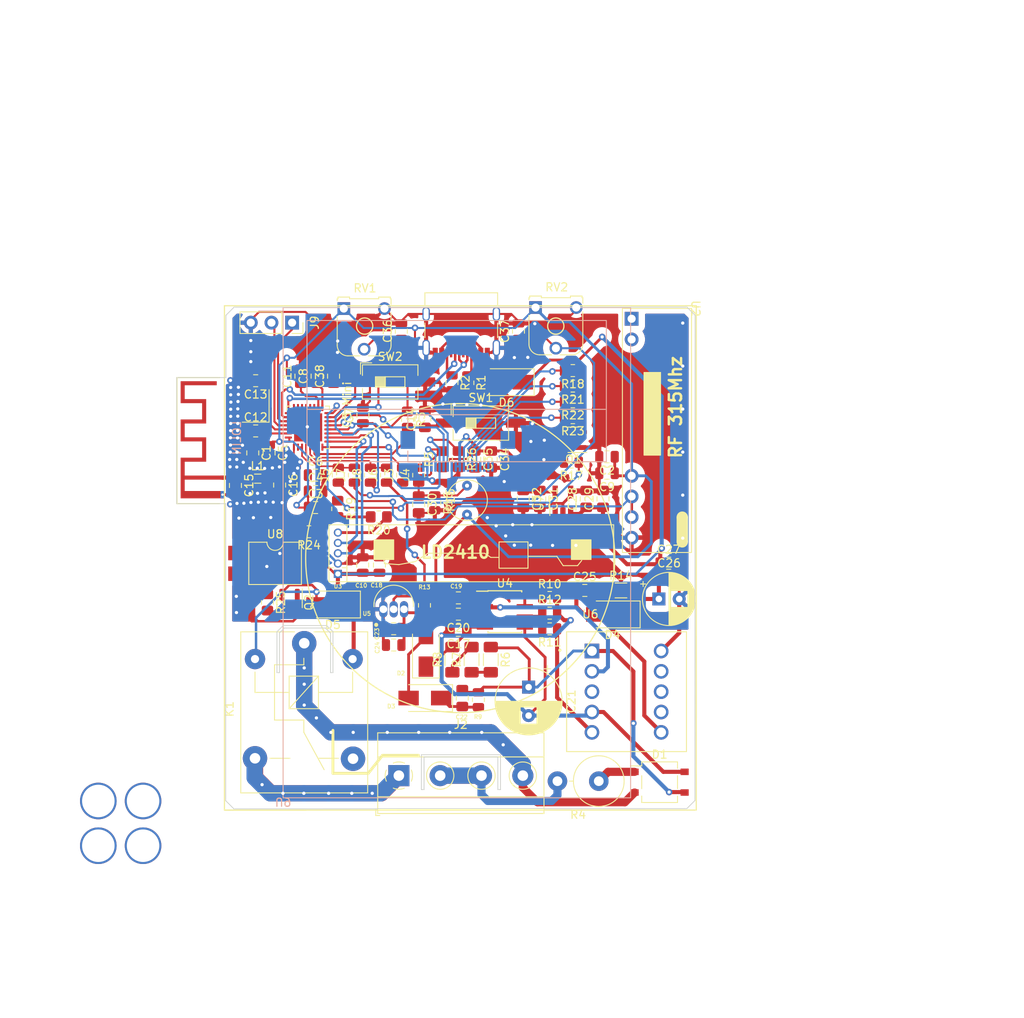
<source format=kicad_pcb>
(kicad_pcb (version 20211014) (generator pcbnew)
  (layers (0 "F.Cu" signal) (31 "B.Cu" signal) (34 "B.Paste" user) (35 "F.Paste" user) (36 "B.SilkS" user "B.Silkscreen") (37 "F.SilkS" user "F.Silkscreen") (38 "B.Mask" user) (39 "F.Mask" user) (44 "Edge.Cuts" user))
  (net 0 "")
  (net 1 "Net-(ANT1-Pad1)")
  (net 2 "GND")
  (net 3 "+3V3")
  (net 4 "VDD_SPI")
  (net 5 "Net-(C12-Pad2)")
  (net 6 "Net-(C13-Pad2)")
  (net 7 "EN")
  (net 8 "Net-(C16-Pad1)")
  (net 9 "Net-(J1-PadA5)")
  (net 10 "D+")
  (net 11 "D-")
  (net 13 "Net-(J1-PadB5)")
  (net 15 "U0TXD")
  (net 16 "U0RXD")
  (net 17 "IO9")
  (net 24 "+5V")
  (net 25 "Net-(C17-Pad1)")
  (net 26 "Earth")
  (net 27 "Net-(C19-Pad2)")
  (net 28 "Net-(C21-Pad1)")
  (net 29 "Net-(C22-Pad1)")
  (net 30 "Net-(C25-Pad1)")
  (net 31 "Net-(C25-Pad2)")
  (net 32 "/R_Photo")
  (net 33 "+3.3V")
  (net 34 "Net-(D1-Pad1)")
  (net 35 "/L")
  (net 36 "Net-(D5-Pad2)")
  (net 37 "/N")
  (net 38 "/Out_Lamp")
  (net 39 "Net-(Q1-Pad3)")
  (net 40 "Net-(Q2-Pad3)")
  (net 41 "Net-(R6-Pad2)")
  (net 42 "Net-(R7-Pad2)")
  (net 43 "Net-(R10-Pad1)")
  (net 44 "Net-(R11-Pad1)")
  (net 45 "Net-(R11-Pad2)")
  (net 46 "/DS18B20_Data")
  (net 47 "/BL1-")
  (net 48 "Net-(Q1-Pad2)")
  (net 49 "Net-(R19-Pad2)")
  (net 50 "/LDOUT")
  (net 51 "/BL2-")
  (net 52 "/BL3-")
  (net 53 "/BL4-")
  (net 54 "Net-(R24-Pad2)")
  (net 55 "Net-(R25-Pad1)")
  (net 56 "/RF_Data")
  (net 57 "/LCD_MOSI")
  (net 58 "U1RXD")
  (net 59 "U1TXD")
  (net 60 "/LCD_SCL")
  (net 61 "/LCD_MISO")
  (net 62 "/LCD_CS0")
  (net 65 "/LCD_DC")
  (net 66 "/X-")
  (net 67 "/Y-")
  (net 68 "/X+")
  (net 69 "/Y+")
  (net 70 "/ADC_RV1")
  (net 71 "/ADC_RV2")
  (net 72 "/GPIO2")
  (net 73 "/ADC1_CH0")
  (net 74 "/ADC1_CH1")
  (net 75 "/LCD_BL")
  (net 76 "Net-(D6-Pad2)")
  (footprint "Resistor_SMD:R_0805_2012Metric_Pad1.20x1.40mm_HandSolder" (layer "F.Cu") (at 151.4094 77.7748 180)
    (fp_text reference "R21")
    (fp_text value "220R")
  )
  (footprint "Capacitor_SMD:C_0805_2012Metric_Pad1.18x1.45mm_HandSolder" (layer "F.Cu") (at 133.223 81.8134 90)
    (fp_text reference "C14")
    (fp_text value "100nF")
  )
  (footprint "Lib_Mr_DH:R_photo" (layer "F.Cu") (at 138.4046 91.7956 90)
    (fp_text reference "R15")
    (fp_text value "R_Photo")
  )
  (footprint "Capacitor_SMD:C_0805_2012Metric" (layer "F.Cu") (at 125.5776 99.7712 90)
    (fp_text reference "C10")
    (fp_text value "10uF")
  )
  (footprint "Resistor_SMD:R_0805_2012Metric" (layer "F.Cu") (at 138.5062 77.3703 -90)
    (fp_text reference "R1")
    (fp_text value "5.1k")
  )
  (footprint "Diode_SMD:D_SMA" (layer "F.Cu") (at 156.2862 105.8418 180)
    (fp_text reference "D4")
    (fp_text value "SR240")
  )
  (footprint "Capacitor_SMD:C_0805_2012Metric" (layer "F.Cu") (at 130.3274 71.0184 90)
    (fp_text reference "C36")
    (fp_text value "100nF")
  )
  (footprint "Resistor_SMD:R_0805_2012Metric" (layer "F.Cu") (at 139.8016 116.332 -90)
    (fp_text reference "R9")
    (fp_text value "1M")
  )
  (footprint "Resistor_SMD:R_1206_3216Metric_Pad1.30x1.75mm_HandSolder" (layer "F.Cu") (at 136.6012 111.4044 90)
    (fp_text reference "R8")
    (fp_text value "1M")
  )
  (footprint "Capacitor_SMD:C_0805_2012Metric_Pad1.18x1.45mm_HandSolder" (layer "F.Cu") (at 132.461 92.329 -90)
    (fp_text reference "C30")
    (fp_text value "100nF")
  )
  (footprint "Capacitor_SMD:C_0805_2012Metric" (layer "F.Cu") (at 129.3876 109.607851 180)
    (fp_text reference "C24")
    (fp_text value "100nF")
  )
  (footprint "Resistor_SMD:R_0805_2012Metric_Pad1.20x1.40mm_HandSolder" (layer "F.Cu") (at 131.0894 81.8896 -90)
    (fp_text reference "R3")
    (fp_text value "10k")
  )
  (footprint "Capacitor_SMD:C_0805_2012Metric" (layer "F.Cu") (at 115.3668 89.9414 -90)
    (fp_text reference "C16")
    (fp_text value "NC")
  )
  (footprint "Capacitor_SMD:C_0805_2012Metric_Pad1.18x1.45mm_HandSolder" (layer "F.Cu") (at 139.3444 86.7918 -90)
    (fp_text reference "C35")
    (fp_text value "100nF")
  )
  (footprint "Package_DFN_QFN:QFN-32-1EP_5x5mm_P0.5mm_EP3.45x3.45mm" (layer "F.Cu") (at 118.872 82.8478 90)
    (fp_text reference "U1" hide)
    (fp_text value "ESP32-C3")
  )
  (footprint "Capacitor_SMD:C_0805_2012Metric_Pad1.18x1.45mm_HandSolder" (layer "F.Cu") (at 153.0604 91.6432 90)
    (fp_text reference "C28")
    (fp_text value "100nF")
  )
  (footprint "Resistor_SMD:R_0805_2012Metric_Pad1.20x1.40mm_HandSolder" (layer "F.Cu") (at 151.4094 81.661 180)
    (fp_text reference "R23")
    (fp_text value "220R")
  )
  (footprint "Potentiometer_THT:Potentiometer_Runtron_RM-065_Vertical" (layer "F.Cu") (at 146.8266 68.118)
    (fp_text reference "RV2")
    (fp_text value "RM065-103 10K")
  )
  (footprint "Lib_Mr_DH:TO-92-TO92127P495H2044-3" (layer "F.Cu") (at 129.3876 104.451651)
    (fp_text reference "U5")
    (fp_text value "DS18B20")
  )
  (footprint "Resistor_SMD:R_0805_2012Metric" (layer "F.Cu") (at 148.5646 107.6198 180)
    (fp_text reference "R11")
    (fp_text value "22K")
  )
  (footprint "Capacitor_SMD:C_0805_2012Metric_Pad1.18x1.45mm_HandSolder" (layer "F.Cu") (at 155.1178 91.6432 90)
    (fp_text reference "C29")
    (fp_text value "10uF")
  )
  (footprint "Capacitor_SMD:C_0805_2012Metric" (layer "F.Cu") (at 121.9962 76.5556 90)
    (fp_text reference "C38")
    (fp_text value "100nF")
  )
  (footprint "Capacitor_THT:CP_Radial_D8.0mm_P3.50mm" (layer "F.Cu") (at 145.9738 114.7826 -90)
    (fp_text reference "C21")
    (fp_text value "4.7uF/400V")
  )
  (footprint "Diode_SMD:D_SMA" (layer "F.Cu") (at 143.256 77.2922 180)
    (fp_text reference "D6")
    (fp_text value "1N4148")
  )
  (footprint "Capacitor_SMD:C_0805_2012Metric_Pad1.18x1.45mm_HandSolder" (layer "F.Cu") (at 137.3398 105.8164 180)
    (fp_text reference "C20")
    (fp_text value "100nF/50V")
  )
  (footprint "Resistor_SMD:R_0805_2012Metric" (layer "F.Cu") (at 148.5646 105.6894)
    (fp_text reference "R12")
    (fp_text value "3K3")
  )
  (footprint "Capacitor_SMD:C_0805_2012Metric" (layer "F.Cu") (at 129.3876 107.601251 180)
    (fp_text reference "C23")
    (fp_text value "10uF")
  )
  (footprint "Resistor_SMD:R_0805_2012Metric_Pad1.20x1.40mm_HandSolder" (layer "F.Cu") (at 151.4094 79.7052 180)
    (fp_text reference "R22")
    (fp_text value "220R")
  )
  (footprint "Capacitor_SMD:C_0805_2012Metric_Pad1.18x1.45mm_HandSolder" (layer "F.Cu") (at 137.8204 116.1288 90)
    (fp_text reference "C22")
    (fp_text value "1nF/200")
  )
  (footprint "Lib_Mr_DH:SYN470R_RF315Mhz" (layer "F.Cu") (at 166.0038 68.2292 -90)
    (fp_text reference "U2")
    (fp_text value "SYN470R")
  )
  (footprint "Button_Switch_SMD:SW_DIP_SPSTx01_Slide_6.7x4.1mm_W8.61mm_P2.54mm_LowProfile" (layer "F.Cu") (at 128.9558 77.2668)
    (fp_text reference "SW2")
    (fp_text value "SW_3.5x6x2.5")
  )
  (footprint "Capacitor_SMD:C_0805_2012Metric" (layer "F.Cu") (at 155.6106 88.4936 180)
    (fp_text reference "C9")
    (fp_text value "100nF")
  )
  (footprint "Resistor_SMD:R_0805_2012Metric" (layer "F.Cu") (at 124.55652 88.7222 90)
    (fp_text reference "J7")
    (fp_text value "0R")
  )
  (footprint "Lib_Mr_DH:LD2410" (layer "F.Cu") (at 122.5296 98.3234 180)
    (fp_text reference "U3")
    (fp_text value "LD2410")
  )
  (footprint "Crystal:Crystal_SMD_TXC_7M-4Pin_3.2x2.5mm" (layer "F.Cu") (at 112.4204 80.2132 90)
    (fp_text reference "Y1" hide)
    (fp_text value "40MHz")
  )
  (footprint "Capacitor_SMD:C_0805_2012Metric" (layer "F.Cu") (at 127.635 99.7712 90)
    (fp_text reference "C18")
    (fp_text value "100nF")
  )
  (footprint "Package_TO_SOT_SMD:SOT-23" (layer "F.Cu") (at 151.4602 84.3788 180)
    (fp_text reference "Q1")
    (fp_text value "2SC1815/HF")
  )
  (footprint "Resistor_SMD:R_0805_2012Metric" (layer "F.Cu") (at 126.53264 88.7222 90)
    (fp_text reference "J8")
    (fp_text value "0R")
  )
  (footprint "Capacitor_SMD:C_0805_2012Metric_Pad1.18x1.45mm_HandSolder" (layer "F.Cu") (at 147.3454 91.6432 -90)
    (fp_text reference "C31")
    (fp_text value "10uF")
  )
  (footprint "Package_DIP:SMDIP-4_W9.53mm" (layer "F.Cu") (at 114.808 99.568)
    (fp_text reference "U8")
    (fp_text value "PC817")
  )
  (footprint "Resistor_SMD:R_0805_2012Metric" (layer "F.Cu") (at 134.4422 92.1258 -90)
    (fp_text reference "R16")
    (fp_text value "10k")
  )
  (footprint "Capacitor_SMD:C_0805_2012Metric_Pad1.18x1.45mm_HandSolder" (layer "F.Cu") (at 141.3764 86.7918 -90)
    (fp_text reference "C34")
    (fp_text value "10uF")
  )
  (footprint "Capacitor_SMD:C_0805_2012Metric" (layer "F.Cu") (at 144.7292 71.0184 90)
    (fp_text reference "C37")
    (fp_text value "100nF")
  )
  (footprint "Resistor_SMD:R_0805_2012Metric" (layer "F.Cu") (at 148.5646 103.759)
    (fp_text reference "R10")
    (fp_text value "3R6")
  )
  (footprint "Lib_Mr_DH:Vit" (layer "F.Cu") (at 98.5774 134.278)
    (fp_text reference "V4")
    (fp_text value "Vit")
  )
  (footprint "Package_TO_SOT_SMD:SOT-23-5_HandSoldering" (layer "F.Cu") (at 150.1902 92.1432 90)
    (fp_text reference "U7")
    (fp_text value "RT9193")
  )
  (footprint "RF_Antenna:Texas_SWRA117D_2.4GHz_Right" (layer "F.Cu") (at 108.347 89.0228 90)
    (fp_text reference "ANT1" hide)
    (fp_text value "ANT_PCB_2.4G_15.2MM")
  )
  (footprint "Capacitor_SMD:C_0805_2012Metric" (layer "F.Cu") (at 119.7864 90.7288)
    (fp_text reference "C4")
    (fp_text value "1uF")
  )
  (footprint "Resistor_SMD:R_1206_3216Metric_Pad1.30x1.75mm_HandSolder" (layer "F.Cu") (at 138.9634 111.4044 90)
    (fp_text reference "R7")
    (fp_text value "1M")
  )
  (footprint "Connector_PinSocket_2.54mm:PinSocket_1x03_P2.54mm_Vertical" (layer "F.Cu") (at 116.9012 69.9766 -90)
    (fp_text reference "J9")
    (fp_text value "Conn_01x03_Male")
  )
  (footprint "Potentiometer_THT:Potentiometer_Runtron_RM-065_Vertical" (layer "F.Cu") (at 123.2554 68.245)
    (fp_text reference "RV1")
    (fp_text value "RM065-103 10K")
  )
  (footprint "Resistor_SMD:R_0805_2012Metric" (layer "F.Cu") (at 151.2316 87.122 180)
    (fp_text reference "R17")
    (fp_text value "2.2K")
  )
  (footprint "Resistor_SMD:R_0805_2012Metric_Pad1.20x1.40mm_HandSolder" (layer "F.Cu") (at 127.5588 93.853 180)
    (fp_text reference "R20")
    (fp_text value "0R")
  )
  (footprint "Capacitor_SMD:C_0805_2012Metric" (layer "F.Cu") (at 112.4204 83.2866)
    (fp_text reference "C12")
    (fp_text value "15pF")
  )
  (footprint "Lib_Mr_DH:Vit" (layer "F.Cu") (at 93.0774 134.278)
    (fp_text reference "V2")
    (fp_text value "Vit")
  )
  (footprint "Resistor_SMD:R_0805_2012Metric_Pad1.20x1.40mm_HandSolder" (layer "F.Cu") (at 151.4094 75.8698 180)
    (fp_text reference "R18")
    (fp_text value "220R")
  )
  (footprint "Resistor_SMD:R_0805_2012Metric" (layer "F.Cu") (at 136.5504 77.3703 -90)
    (fp_text reference "R2")
    (fp_text value "5.1k")
  )
  (footprint "TerminalBlock_Phoenix:TerminalBlock_Phoenix_MKDS-1,5-4-5.08_1x04_P5.08mm_Horizontal" (layer "F.Cu") (at 130.0226 125.660651)
    (fp_text reference "J2")
    (fp_text value "Screw_Terminal_01x04")
  )
  (footprint "Capacitor_SMD:C_0805_2012Metric_Pad1.18x1.45mm_HandSolder" (layer "F.Cu") (at 145.3134 91.6432 -90)
    (fp_text reference "C32")
    (fp_text value "100nF")
  )
  (footprint "Connector_USB:USB_C_Receptacle_Palconn_UTC16-G" (layer "F.Cu") (at 137.6934 71.1454 180)
    (fp_text reference "J1" hide)
    (fp_text value "USB_C_16P")
  )
  (footprint "Resistor_SMD:R_0805_2012Metric_Pad1.20x1.40mm_HandSolder" (layer "F.Cu") (at 137.3378 86.7664 -90)
    (fp_text reference "R26")
    (fp_text value "0R")
  )
  (footprint "Capacitor_THT:CP_Radial_D6.3mm_P2.50mm" (layer "F.Cu") (at 161.987221 103.943651)
    (fp_text reference "C26")
    (fp_text value "560uF/6.3V")
  )
  (footprint "Diode_SMD:D_SMA" (layer "F.Cu") (at 133.35 110.2614 90)
    (fp_text reference "D2")
    (fp_text value "1N4148")
  )
  (footprint "Capacitor_SMD:C_0805_2012Metric" (layer "F.Cu") (at 155.6106 86.4616 180)
    (fp_text reference "C2")
    (fp_text value "10uF")
  )
  (footprint "Resistor_THT:R_Axial_DIN0617_L17.0mm_D6.0mm_P5.08mm_Vertical" (layer "F.Cu") (at 154.5988 126.3396 180)
    (fp_text reference "R4")
    (fp_text value "3R3/1W")
  )
  (footprint "Diode_SMD:D_SMA" (layer "F.Cu") (at 133.223 116.1249 180)
    (fp_text reference "D3")
    (fp_text value "RS1J")
  )
  (footprint "Resistor_SMD:R_0805_2012Metric" (layer "F.Cu") (at 133.1722 104.7242 90)
    (fp_text reference "R13")
    (fp_text value "10k")
  )
  (footprint "Package_SO:PowerIntegrations_SO-8C" (layer "F.Cu") (at 143.0528 105.5116)
    (fp_text reference "U4")
    (fp_text value "CR1510")
  )
  (footprint "Capacitor_SMD:C_0805_2012Metric" (layer "F.Cu") (at 119.7864 92.71)
    (fp_text reference "C3")
    (fp_text value "10uF")
  )
  (footprint "Lib_Mr_DH:EE13_6_6" (layer "F.Cu") (at 158.0134 115.3414)
    (fp_text reference "U6")
    (fp_text value "EE13-5V")
  )
  (footprint "Capacitor_SMD:C_0805_2012Metric" (layer "F.Cu") (at 109.9312 89.9922 -90)
    (fp_text reference "C15")
    (fp_text value "1pF")
  )
  (footprint "Resistor_SMD:R_1206_3216Metric_Pad1.30x1.75mm_HandSolder" (layer "F.Cu") (at 141.3256 111.4044 -90)
    (fp_text reference "R6")
    (fp_text value "1M")
  )
  (footprint "Resistor_SMD:R_0805_2012Metric_Pad1.20x1.40mm_HandSolder" (layer "F.Cu") (at 135.382 86.7664 90)
    (fp_text reference "R5")
    (fp_text value "0R")
  )
  (footprint "Capacitor_SMD:C_0805_2012Metric" (layer "F.Cu") (at 112.0648 85.9892 -90)
    (fp_text reference "C1")
    (fp_text value "10nF")
  )
  (footprint "Relay_THT:Relay_SPDT_SANYOU_SRD_Series_Form_C" (layer "F.Cu") (at 118.3894 109.3814 -90)
    (fp_text reference "K1")
    (fp_text value "G5LE-1")
  )
  (footprint "Resistor_SMD:R_0805_2012Metric" (layer "F.Cu") (at 128.50876 88.7222 90)
    (fp_text reference "J6")
    (fp_text value "0R")
  )
  (footprint "Package_TO_SOT_SMD:TO-269AA" (layer "F.Cu") (at 162.0774 126.4666)
    (fp_text reference "D1")
    (fp_text value "MB10F")
  )
  (footprint "Resistor_SMD:R_0805_2012Metric_Pad1.20x1.40mm_HandSolder" (layer "F.Cu") (at 122.5042 92.8624 -90)
    (fp_text reference "R19")
    (fp_text value "0R")
  )
  (footprint "Button_Switch_SMD:SW_DIP_SPSTx01_Slide_6.7x4.1mm_W8.61mm_P2.54mm_LowProfile" (layer "F.Cu") (at 140.1064 82.3214)
    (fp_text reference "SW1")
    (fp_text value "SW_3.5x6x2.5")
  )
  (footprint "Capacitor_SMD:C_0805_2012Metric_Pad1.18x1.45mm_HandSolder" (layer "F.Cu") (at 137.3398 103.8098)
    (fp_text reference "C19")
    (fp_text value "1nF/200")
  )
  (footprint "Package_TO_SOT_SMD:SOT-23" (layer "F.Cu") (at 116.586 104.3686 -90)
    (fp_text reference "Q2")
    (fp_text value "2SC1815/HF")
  )
  (footprint "Capacitor_SMD:C_0805_2012Metric" (layer "F.Cu") (at 117.983 76.5556 90)
    (fp_text reference "C11")
    (fp_text value "1uF")
  )
  (footprint "Capacitor_SMD:C_0805_2012Metric" (layer "F.Cu") (at 119.9732 76.5556 90)
    (fp_text reference "C8")
    (fp_text value "100nF")
  )
  (footprint "Capacitor_SMD:C_0805_2012Metric" (layer "F.Cu") (at 125.603 81.3816 90)
    (fp_text reference "C7")
    (fp_text value "100nF")
  )
  (footprint "Diode_SMD:D_SMA" (layer "F.Cu") (at 121.8946 104.6226 180)
    (fp_text reference "D5")
    (fp_text value "1N4148")
  )
  (footprint "Capacitor_SMD:C_0805_2012Metric" (layer "F.Cu") (at 119.7864 88.7222)
    (fp_text reference "C6")
    (fp_text value "100nF")
  )
  (footprint "Resistor_SMD:R_1206_3216Metric_Pad1.30x1.75mm_HandSolder" (layer "F.Cu") (at 157.3276 102.8954)
    (fp_text reference "R14")
    (fp_text value "22K")
  )
  (footprint "Inductor_SMD:L_0805_2012Metric" (layer "F.Cu") (at 112.6744 89.154)
    (fp_text reference "L1")
    (fp_text value "0R")
  )
  (footprint "Resistor_SMD:R_0805_2012Metric_Pad1.20x1.40mm_HandSolder" (layer "F.Cu") (at 118.9736 95.6818 180)
    (fp_text reference "R24")
    (fp_text value "330R")
  )
  (footprint "Lib_Mr_DH:Vit" (layer "F.Cu") (at 93.0774 128.778)
    (fp_text reference "V3")
    (fp_text value "Vit")
  )
  (footprint "Capacitor_SMD:C_0805_2012Metric_Pad1.18x1.45mm_HandSolder" (layer "F.Cu") (at 152.8826 102.8954)
    (fp_text reference "C25")
    (fp_text value "1nF/25V")
  )
  (footprint "Resistor_SMD:R_0805_2012Metric" (layer "F.Cu") (at 130.48488 88.7222 90)
    (fp_text reference "J3")
    (fp_text value "0R")
  )
  (footprint "Lib_Mr_DH:Vit" (layer "F.Cu") (at 98.5774 128.778)
    (fp_text reference "V1")
    (fp_text value "Vit")
  )
  (footprint "Resistor_SMD:R_0805_2012Metric" (layer "F.Cu") (at 122.5804 88.7222 90)
    (fp_text reference "J5")
    (fp_text value "0R")
  )
  (footprint "Capacitor_SMD:C_0805_2012Metric_Pad1.18x1.45mm_HandSolder" (layer "F.Cu") (at 163.195 99.549451)
    (fp_text reference "C27")
    (fp_text value "100nF/50V")
  )
  (footprint "Capacitor_SMD:C_0805_2012Metric_Pad1.18x1.45mm_HandSolder" (layer "F.Cu") (at 137.3398 107.7976 180)
    (fp_text reference "C17")
    (fp_text value "10uF/16V")
  )
  (footprint "Resistor_SMD:R_0805_2012Metric_Pad1.20x1.40mm_HandSolder" (layer "F.Cu") (at 113.8682 104.3686 -90)
    (fp_text reference "R25")
    (fp_text value "1k")
  )
  (footprint "Capacitor_SMD:C_0805_2012Metric" (layer "F.Cu") (at 114.0714 85.9892 -90)
    (fp_text reference "C5")
    (fp_text value "1uF")
  )
  (footprint "Resistor_SMD:R_0805_2012Metric" (layer "F.Cu") (at 132.461 88.7222 90)
    (fp_text reference "J4")
    (fp_text value "0R")
  )
  (footprint "Capacitor_SMD:C_0805_2012Metric" (layer "F.Cu") (at 112.4204 77.1144 180)
    (fp_text reference "C13")
    (fp_text value "15pF")
  )
  (footprint "Lib_Mr_DH:TFT_ILI9341_2.2INCH" (layer "B.Cu") (at 115.7934 128.3838)
    (fp_text reference "U9")
    (fp_text value "2.2inch_TFT_ILI9341_SPI")
  )
  (gr_line (start 102.743 76.7264) (end 102.743 92.2204) (layer "F.SilkS") (width 0.15))
  (gr_line (start 121.92 125.3744) (end 126.2634 125.3744) (layer "F.SilkS") (width 0.35))
  (gr_rect (start 108.583521 129.8956) (end 166.583521 67.8956) (layer "F.SilkS") (width 0.15) (fill none))
  (gr_circle (center 137.565521 98.921) (end 156.565521 98.921) (layer "F.SilkS") (width 0.15) (fill none))
  (gr_circle (center 125.815521 70.3956) (end 126.815521 70.3956) (layer "F.SilkS") (width 0.15) (fill none))
  (gr_line (start 128.016 123.1646) (end 132.4356 123.1646) (layer "F.SilkS") (width 0.35))
  (gr_line (start 121.92 120.0912) (end 121.92 125.3744) (layer "F.SilkS") (width 0.35))
  (gr_line (start 108.0008 76.7264) (end 102.743 76.7264) (layer "F.SilkS") (width 0.15))
  (gr_line (start 118.583521 129.8942) (end 108.583521 129.8956) (layer "F.SilkS") (width 0.15))
  (gr_circle (center 149.315521 70.3956) (end 150.315521 70.3956) (layer "F.SilkS") (width 0.15) (fill none))
  (gr_line (start 102.743 92.2204) (end 107.9754 92.2204) (layer "F.SilkS") (width 0.15))
  (gr_line (start 126.2634 125.3744) (end 128.016 123.1646) (layer "F.SilkS") (width 0.35))
  (gr_line (start 121.0056 107.5182) (end 115.951 107.5182) (layer "Edge.Cuts") (width 0.1))
  (gr_line (start 109.7374 129.7432) (end 108.7374 128.7432) (layer "Edge.Cuts") (width 0.1))
  (gr_line (start 115.3414 108.1278) (end 115.3414 113.0046) (layer "Edge.Cuts") (width 0.1))
  (gr_line (start 121.6279 113.0046) (end 121.6279 108.1532) (layer "Edge.Cuts") (width 0.1))
  (gr_line (start 165.4462 68.072) (end 109.7628 68.072) (layer "Edge.Cuts") (width 0.1))
  (gr_line (start 115.3414 113.0046) (end 115.0366 113.0046) (layer "Edge.Cuts") (width 0.1))
  (gr_line (start 115.951 107.5182) (end 115.3414 108.1278) (layer "Edge.Cuts") (width 0.1))
  (gr_line (start 166.4208 128.7178) (end 166.4462 69.072) (layer "Edge.Cuts") (width 0.1))
  (gr_line (start 166.4208 128.7178) (end 165.4208 129.7178) (layer "Edge.Cuts") (width 0.1))
  (gr_line (start 142.5194 127.381) (end 142.1892 127.381) (layer "Edge.Cuts") (width 0.1))
  (gr_line (start 121.1326 107.2134) (end 121.92 107.95) (layer "Edge.Cuts") (width 0.1))
  (gr_line (start 142.1892 123.3678) (end 133.1214 123.3678) (layer "Edge.Cuts") (width 0.1))
  (gr_line (start 108.7628 69.072) (end 108.7628 76.7334) (layer "Edge.Cuts") (width 0.1))
  (gr_line (start 132.7912 127.381) (end 132.7912 123.0884) (layer "Edge.Cuts") (width 0.1))
  (gr_line (start 115.7986 107.2134) (end 121.1326 107.2134) (layer "Edge.Cuts") (width 0.1))
  (gr_line (start 121.6279 108.1532) (end 121.0056 107.5182) (layer "Edge.Cuts") (width 0.1))
  (gr_line (start 115.0366 113.0046) (end 115.0366 107.9754) (layer "Edge.Cuts") (width 0.1))
  (gr_line (start 133.1214 127.381) (end 132.7912 127.381) (layer "Edge.Cuts") (width 0.1))
  (gr_line (start 108.7374 92.2274) (end 108.7374 128.7432) (layer "Edge.Cuts") (width 0.1))
  (gr_line (start 109.7628 68.072) (end 108.7628 69.072) (layer "Edge.Cuts") (width 0.1))
  (gr_line (start 133.1214 123.3678) (end 133.1214 127.381) (layer "Edge.Cuts") (width 0.1))
  (gr_line (start 165.4462 68.072) (end 166.4462 69.072) (layer "Edge.Cuts") (width 0.1))
  (gr_line (start 102.7176 76.7334) (end 102.7176 92.2274) (layer "Edge.Cuts") (width 0.1))
  (gr_line (start 108.7628 76.7334) (end 102.7176 76.7334) (layer "Edge.Cuts") (width 0.1))
  (gr_line (start 102.7176 92.2274) (end 108.7374 92.2274) (layer "Edge.Cuts") (width 0.1))
  (gr_line (start 132.7912 123.0884) (end 142.5194 123.0884) (layer "Edge.Cuts") (width 0.1))
  (gr_line (start 142.1892 127.381) (end 142.1892 123.3678) (layer "Edge.Cuts") (width 0.1))
  (gr_line (start 109.7374 129.7432) (end 165.4208 129.7178) (layer "Edge.Cuts") (width 0.1))
  (gr_line (start 121.92 107.95) (end 121.92 113.0046) (layer "Edge.Cuts") (width 0.1))
  (gr_line (start 142.5194 123.0884) (end 142.5194 127.381) (layer "Edge.Cuts") (width 0.1))
  (gr_line (start 121.92 113.0046) (end 121.6279 113.0046) (layer "Edge.Cuts") (width 0.1))
  (gr_line (start 115.0366 107.9754) (end 115.7986 107.2134) (layer "Edge.Cuts") (width 0.1))
  (gr_text "LOLIN" (at 110.097 84.1478 90) (layer "B.SilkS") (effects (font (size 1 1)) (justify mirror)))
  (gr_text "LD2410" (at 136.9822 98.1964) (layer "F.SilkS") (effects (font (size 1.5 1.5) (thickness 0.3))))
  (gr_text "C3 Mini" (at 123.6616 80.0628 90) (layer "F.SilkS") (effects (font (size 1 1))))
  (gr_text "RF 315Mhz" (at 164.0332 80.3656 90) (layer "F.SilkS") (effects (font (size 1.5 1.5) (thickness 0.3))))
  (segment (start 108.3512 89.027) (end 111.4849 89.027) (width 0.5) (layer "F.Cu") (net 1))
  (segment (start 108.347 89.0228) (end 108.3512 89.027) (width 0.5) (layer "F.Cu") (net 1))
  (segment (start 111.4849 89.027) (end 111.6119 89.154) (width 0.5) (layer "F.Cu") (net 1))
  (segment (start 133.2608 73.6554) (end 133.2608 77.2668) (width 0.25) (layer "F.Cu") (net 2))
  (segment (start 150.1902 93.4932) (end 150.1902 92.202) (width 0.35) (layer "F.Cu") (net 2))
  (segment (start 130.0788 70.0684) (end 130.3274 70.0684) (width 0.25) (layer "F.Cu") (net 2))
  (segment (start 144.7292 69.7992) (end 143.8354 68.9054) (width 0.25) (layer "F.Cu") (net 2))
  (segment (start 111.7228 81.3386) (end 110.3562 81.3386) (width 0.25) (layer "F.Cu") (net 2))
  (segment (start 116.5352 93.9546) (end 120.3198 93.9546) (width 0.25) (layer "F.Cu") (net 2))
  (segment (start 164.487221 99.804172) (end 164.487221 103.943651) (width 0.35) (layer "F.Cu") (net 2))
  (segment (start 134.4422 93.0383) (end 136.1205 93.0383) (width 0.25) (layer "F.Cu") (net 2))
  (segment (start 117.1194 88.519) (end 117.1194 89.0524) (width 0.25) (layer "F.Cu") (net 2))
  (segment (start 137.0076 92.1512) (end 141.0716 92.1512) (width 0.25) (layer "F.Cu") (net 2))
  (segment (start 147.3454 92.6807) (end 148.2891 92.6807) (width 0.35) (layer "F.Cu") (net 2))
  (segment (start 111.8212 69.9766) (end 111.8212 69.6618) (width 0.25) (layer "F.Cu") (net 2))
  (segment (start 144.7648 70.104) (end 146.7358 70.104) (width 0.25) (layer "F.Cu") (net 2))
  (segment (start 137.3378 88.3666) (end 137.3378 87.7664) (width 0.25) (layer "F.Cu") (net 2))
  (segment (start 121.9962 75.6056) (end 125.9484 75.6056) (width 0.25) (layer "F.Cu") (net 2))
  (segment (start 115.997 87.1478) (end 115.997 85.7552) (width 0.25) (layer "F.Cu") (net 2))
  (segment (start 126.4128 70.0876) (end 119.9732 70.0876) (width 0.25) (layer "F.Cu") (net 2))
  (segment (start 142.24 90.9828) (end 141.3764 90.1192) (width 0.35) (layer "F.Cu") (net 2))
  (segment (start 109.982 90.8914) (end 115.3668 90.8914) (width 0.25) (layer "F.Cu") (net 2))
  (segment (start 116.6876 89.4842) (end 116.6876 90.9574) (width 0.25) (layer "F.Cu") (net 2))
  (segment (start 111.8212 69.9766) (end 111.8212 72.1764) (width 0.25) (layer "F.Cu") (net 2))
  (segment (start 120.3198 93.9546) (end 120.7618 93.5126) (width 0.25) (layer "F.Cu") (net 2))
  (segment (start 128.2554 68.245) (end 130.0788 70.0684) (width 0.25) (layer "F.Cu") (net 2))
  (segment (start 115.3668 90.8914) (end 115.3668 92.7862) (width 0.25) (layer "F.Cu") (net 2))
  (segment (start 128.4376 109.607851) (end 128.1176 109.287851) (width 0.25) (layer "F.Cu") (net 2))
  (segment (start 136.5504 78.2828) (end 138.5062 78.2828) (width 0.3) (layer "F.Cu") (net 2))
  (segment (start 133.223 80.7759) (end 133.2608 80.7381) (width 0.25) (layer "F.Cu") (net 2))
  (segment (start 137.3378 87.7664) (end 141.3135 87.7664) (width 0.35) (layer "F.Cu") (net 2))
  (segment (start 154.6606 90.1485) (end 155.1178 90.6057) (width 0.35) (layer "F.Cu") (net 2))
  (segment (start 135.9408 78.2828) (end 134.9248 77.2668) (width 0.3) (layer "F.Cu") (net 2))
  (segment (start 110.043 103.6218) (end 110.043 100.838) (width 0.3) (layer "F.Cu") (net 2))
  (segment (start 133.3734 68.9054) (end 142.0134 68.9054) (width 0.25) (layer "F.Cu") (net 2))
  (segment (start 117.857 87.7814) (end 117.1194 88.519) (width 0.25) (layer "F.Cu") (net 2))
  (segment (start 113.4974 79.064) (end 113.4974 75.9054) (width 0.25) (layer "F.Cu") (net 2))
  (segment (start 112.8268 68.6562) (end 118.5418 68.6562) (width 0.25) (layer "F.Cu") (net 2))
  (segment (start 156.0361 90.6057) (end 156.9466 91.5162) (width 0.35) (layer "F.Cu") (net 2))
  (segment (start 141.3764 90.1192) (end 141.3764 87.8293) (width 0.35) (layer "F.Cu") (net 2))
  (segment (start 145.3134 92.6807) (end 143.9379 92.6807) (width 0.35) (layer "F.Cu") (net 2))
  (segment (start 125.9484 75.6056) (end 126.4666 76.1238) (width 0.25) (layer "F.Cu") (net 2))
  (segment (start 151.8266 68.4168) (end 151.8266 68.207) (width 0.25) (layer "F.Cu") (net 2))
  (segment (start 142.24 90.2462) (end 142.9766 89.5096) (width 0.25) (layer "F.Cu") (net 2))
  (segment (start 110.222 76.0108) (end 110.222 81.4728) (width 0.25) (layer "F.Cu") (net 2))
  (segment (start 157.5102 96.4232) (end 158.6378 96.4232) (width 0.35) (layer "F.Cu") (net 2))
  (segment (start 142.0134 68.9054) (end 142.0134 73.0754) (width 0.25) (layer "F.Cu") (net 2))
  (segment (start 128.1176 103.2256) (end 128.1176 105.211901) (width 0.3) (layer "F.Cu") (net 2))
  (segment (start 117.5614 106.1364) (end 117.0178 106.68) (width 0.3) (layer "F.Cu") (net 2))
  (segment (start 164.2325 99.549451) (end 164.487221 99.804172) (width 0.35) (layer "F.Cu") (net 2))
  (segment (start 113.2332 75.6412) (end 111.8362 75.6412) (width 0.25) (layer "F.Cu") (net 2))
  (segment (start 148.2891 92.6807) (end 148.7678 92.202) (width 0.35) (layer "F.Cu") (net 2))
  (segment (start 141.0716 92.1512) (end 142.24 90.9828) (width 0.25) (layer "F.Cu") (net 2))
  (segment (start 128.2554 68.245) (end 126.4128 70.0876) (width 0.25) (layer "F.Cu") (net 2))
  (segment (start 132.461 93.3665) (end 132.461 96.012) (width 0.25) (layer "F.Cu") (net 2))
  (segment (start 128.8644 98.8212) (end 129.1996 98.8212) (width 0.3) (layer "F.Cu") (net 2))
  (segment (start 154.6606 86.4616) (end 154.6606 90.1485) (width 0.35) (layer "F.Cu") (net 2))
  (segment (start 111.8212 74.7672) (end 111.8212 75.6262) (width 0.25) (layer "F.Cu") (net 2))
  (segment (start 111.7228 83.212) (end 111.6228 83.312) (width 0.25) (layer "F.Cu") (net 2))
  (segment (start 110.397 78.6978) (end 110.222 78.8728) (width 0.2) (layer "F.Cu") (net 2))
  (segment (start 130.3274 70.0684) (end 130.3274 69.7738) (width 0.25) (layer "F.Cu") (net 2))
  (segment (start 109.9312 90.9422) (end 109.982 90.8914) (width 0.25) (layer "F.Cu") (net 2))
  (segment (start 132.461 96.012) (end 129.6518 98.8212) (width 0.25) (layer "F.Cu") (net 2))
  (segment (start 115.4386 87.7062) (end 115.997 87.1478) (width 0.25) (layer "F.Cu") (net 2))
  (segment (start 119.9732 70.0876) (end 119.9732 75.6056) (width 0.25) (layer "F.Cu") (net 2))
  (segment (start 133.3734 68.9054) (end 133.3734 73.0754) (width 0.25) (layer "F.Cu") (net 2))
  (segment (start 158.7696 96.2914) (end 163.322 96.2914) (width 0.35) (layer "F.Cu") (net 2))
  (segment (start 110.8964 87.1474) (end 111.7092 87.1474) (width 0.25) (layer "F.Cu") (net 2))
  (segment (start 143.9379 92.6807) (end 142.24 90.9828) (width 0.35) (layer "F.Cu") (net 2))
  (segment (start 150.1902 92.202) (end 151.1402 91.252) (width 0.35) (layer "F.Cu") (net 2))
  (segment (start 116.6876 90.9574) (end 116.7384 91.0082) (width 0.25) (layer "F.Cu") (net 2))
  (segment (start 144.7292 70.0684) (end 144.7292 69.7992) (width 0.25) (layer "F.Cu") (net 2))
  (segment (start 111.7228 81.3386) (end 111.7228 83.212) (width 0.25) (layer "F.Cu") (net 2))
  (segment (start 134.114 93.3665) (end 134.4422 93.0383) (width 0.25) (layer "F.Cu") (net 2))
  (segment (start 111.8362 75.6412) (end 110.5916 75.6412) (width 0.25) (layer "F.Cu") (net 2))
  (segment (start 150.1394 70.104) (end 151.8266 68.4168) (width 0.25) (layer "F.Cu") (net 2))
  (segment (start 154.6606 85.3288) (end 154.6606 86.4616) (width 0.35) (layer "F.Cu") (net 2))
  (segment (start 117.857 87.0966) (end 117.857 87.7814) (width 0.25) (layer "F.Cu") (net 2))
  (segment (start 117.1194 89.0524) (end 116.6876 89.4842) (width 0.25) (layer "F.Cu") (net 2))
  (segment (start 117.983 75.6056) (end 121.9962 75.6056) (width 0.25) (layer "F.Cu") (net 2))
  (segment (start 113.792 99.949) (end 115.3922 98.3488) (width 0.3) (layer "F.Cu") (net 2))
  (segment (start 110.5916 75.6412) (end 110.222 76.0108) (width 0.25) (layer "F.Cu") (net 2))
  (segment (start 111.7092 87.884) (end 115.1636 87.884) (width 0.25) (layer "F.Cu") (net 2))
  (segment (start 127.635 98.8212) (end 128.8644 98.8212) (width 0.3) (layer "F.Cu") (net 2))
  (segment (start 136.1205 93.0383) (end 137.0076 92.1512) (width 0.25) (layer "F.Cu") (net 2))
  (segment (start 134.112 89.3826) (end 136.3218 89.3826) (width 0.25) (layer "F.Cu") (net 2))
  (segment (start 136.5504 78.2828) (end 135.9408 78.2828) (width 0.3) (layer "F.Cu") (net 2))
  (segment (start 128.1176 109.287851) (end 128.1176 105.211901) (width 0.35) (layer "F.Cu") (net 2))
  (segment (start 124.8054 99.5934) (end 125.5776 98.8212) (width 0.3) (layer "F.Cu") (net 2))
  (segment (start 164.487221 108.122579) (end 164.487221 103.943651) (width 0.5) (layer "F.Cu") (net 2))
  (segment (start 141.4334 73.6554) (end 142.0134 73.0754) (width 0.35) (layer "F.Cu") (net 2))
  (segment (start 133.9534 73.6554) (end 133.3734 73.0754) (width 0.25) (layer "F.Cu") (net 2))
  (segment (start 132.461 93.3665) (end 134.114 93.3665) (width 0.25) (layer "F.Cu") (net 2))
  (segment (start 144.7292 70.0684) (end 144.7648 70.104) (width 0.25) (layer "F.Cu") (net 2))
  (segment (start 140.8934 73.6554) (end 141.4334 73.6554) (width 0.35) (layer "F.Cu") (net 2))
  (segment (start 126.4666 79.6442) (end 125.603 80.5078) (width 0.25) (layer "F.Cu") (net 2))
  (segment (start 110.3562 81.3386) (end 110.222 81.4728) (width 0.25) (layer "F.Cu") (net 2))
  (segment (start 151.1402 91.252) (end 151.1402 90.7932) (width 0.35) (layer "F.Cu") (net 2))
  (segment (start 108.347 91.1228) (end 109.7506 91.1228) (width 0.35) (layer "F.Cu") (net 2))
  (segment (start 133.2608 80.7381) (end 133.2608 77.2668) (width 0.25) (layer "F.Cu") (net 2))
  (segment (start 127.635 98.8212) (end 125.5776 98.8212) (width 0.3) (layer "F.Cu") (net 2))
  (segment (start 113.4228 79.1386) (end 113.4974 79.064) (width 0.25) (layer "F.Cu") (net 2))
  (segment (start 154.9303 90.7932) (end 155.1178 90.6057) (width 0.35) (layer "F.Cu") (net 2))
  (segment (start 146.3669 82.3214) (end 144.4114 82.3214) (width 0.25) (layer "F.Cu") (net 2))
  (segment (start 152.3977 85.3288) (end 154.6606 85.3288) (width 0.35) (layer "F.Cu") (net 2))
  (segment (start 158.6378 96.4232) (end 158.7696 96.2914) (width 0.35) (layer "F.Cu") (net 2))
  (segment (start 130.3274 69.7738) (end 131.1958 68.9054) (width 0.25) (layer "F.Cu") (net 2))
  (segment (start 120.7618 93.5126) (end 120.7618 88.4174) (width 0.25) (layer "F.Cu") (net 2))
  (segment (start 117.0178 106.68) (end 111.9378 106.68) (width 0.3) (layer "F.Cu") (net 2))
  (segment (start 110.043 100.838) (end 112.903 100.838) (width 0.3) (layer "F.Cu") (net 2))
  (segment (start 146.431 82.3855) (end 146.3669 82.3214) (width 0.25) (layer "F.Cu") (net 2))
  (segment (start 155.1178 90.6057) (end 156.0361 90.6057) (width 0.35) (layer "F.Cu") (net 2))
  (segment (start 111.8212 73.548) (end 111.8212 74.7672) (width 0.25) (layer "F.Cu") (net 2))
  (segment (start 130.0734 101.2698) (end 128.1176 103.2256) (width 0.3) (layer "F.Cu") (net 2))
  (segment (start 156.9466 95.8596) (end 157.5102 96.4232) (width 0.35) (layer "F.Cu") (net 2))
  (segment (start 115.997 85.7552) (end 116.2304 85.5218) (width 0.25) (layer "F.Cu") (net 2))
  (segment (start 129.6518 98.8212) (end 128.8644 98.8212) (width 0.25) (layer "F.Cu") (net 2))
  (segment (start 147.3454 92.6807) (end 145.3134 92.6807) (width 0.35) (layer "F.Cu") (net 2))
  (segment (start 134.4934 73.6554) (end 133.9534 73.6554) (width 0.25) (layer "F.Cu") (net 2))
  (segment (start 148.7678 92.202) (end 150.1902 92.202) (width 0.35) (layer "F.Cu") (net 2))
  (segment (start 111.8212 75.6262) (end 111.8362 75.6412) (width 0.25) (layer "F.Cu") (net 2))
  (segment (start 117.5614 103.5581) (end 117.5614 106.1364) (width 0.3) (layer "F.Cu") (net 2))
  (segment (start 111.7092 87.1474) (end 111.7092 87.884) (width 0.25) (layer "F.Cu") (net 2))
  (segment (start 109.7506 91.1228) (end 109.9312 90.9422) (width 0.25) (layer "F.Cu") (net 2))
  (segment (start 111.8212 72.1764) (end 111.8212 73.548) (width 0.25) (layer "F.Cu") (net 2))
  (segment (start 111.9378 106.68) (end 110.043 104.7852) (width 0.3) (layer "F.Cu") (net 2))
  (segment (start 112.903 100.838) (end 113.792 99.949) (width 0.3) (layer "F.Cu") (net 2))
  (segment (start 142.24 90.9828) (end 142.24 90.2462) (width 0.25) (layer "F.Cu") (net 2))
  (segment (start 146.7358 70.104) (end 150.1394 70.104) (width 0.25) (layer "F.Cu") (net 2))
  (segment (start 134.4934 73.6554) (end 133.2608 73.6554) (width 0.35) (layer "F.Cu") (net 2))
  (segment (start 115.1636 87.884) (end 115.3414 87.7062) (width 0.25) (layer "F.Cu") (net 2))
  (segment (start 110.043 104.7852) (end 110.043 103.6218) (width 0.3) (layer "F.Cu") (net 2))
  (segment (start 143.8354 68.9054) (end 142.0134 68.9054) (width 0.25) (layer "F.Cu") (net 2))
  (segment (start 164.2325 97.2019) (end 164.2325 99.549451) (width 0.35) (layer "F.Cu") (net 2))
  (segment (start 126.4666 76.1238) (end 126.4666 79.6442) (width 0.25) (layer "F.Cu") (net 2))
  (segment (start 163.322 96.2914) (end 164.2325 97.2019) (width 0.35) (layer "F.Cu") (net 2))
  (segment (start 118.5418 68.6562) (end 119.9732 70.0876) (width 0.25) (layer "F.Cu") (net 2))
  (segment (start 136.3218 89.3826) (end 137.3378 88.3666) (width 0.25) (layer "F.Cu") (net 2))
  (segment (start 134.9248 77.2668) (end 133.2608 77.2668) (width 0.3) (layer "F.Cu") (net 2))
  (segment (start 115.3414 87.7062) (end 115.4386 87.7062) (width 0.25) (layer "F.Cu") (net 2))
  (segment (start 122.5296 99.5934) (end 124.8054 99.5934) (width 0.3) (layer "F.Cu") (net 2))
  (segment (start 162.2684 110.3414) (end 164.487221 108.122579) (width 0.5) (layer "F.Cu") (net 2))
  (segment (start 110.197 83.0478) (end 110.197 83.4478) (width 0.25) (layer "F.Cu") (net 2))
  (segment (start 131.1958 68.9054) (end 133.3734 68.9054) (width 0.25) (layer "F.Cu") (net 2))
  (segment (start 129.1996 98.8212) (end 130.0734 99.695) (width 0.3) (layer "F.Cu") (net 2))
  (segment (start 130.0734 99.695) (end 130.0734 101.2698) (width 0.3) (layer "F.Cu") (net 2))
  (segment (start 156.9466 91.5162) (end 156.9466 95.8596) (width 0.35) (layer "F.Cu") (net 2))
  (segment (start 113.4974 75.9054) (end 113.2332 75.6412) (width 0.25) (layer "F.Cu") (net 2))
  (segment (start 141.3135 87.7664) (end 141.3764 87.8293) (width 0.35) (layer "F.Cu") (net 2))
  (segment (start 151.1402 90.7932) (end 154.9303 90.7932) (width 0.35) (layer "F.Cu") (net 2))
  (segment (start 115.3668 92.7862) (end 116.5352 93.9546) (width 0.25) (layer "F.Cu") (net 2))
  (segment (start 111.8212 69.6618) (end 112.8268 68.6562) (width 0.25) (layer "F.Cu") (net 2))
  (via (at 111.8212 73.548) (size 0.8) (drill 0.4) (layers "F.Cu" "B.Cu") (net 2))
  (via (at 148.9202 97.3582) (size 0.8) (drill 0.4) (layers "F.Cu" "B.Cu") (net 2))
  (via (at 164.9222 85.89264) (size 0.8) (drill 0.4) (layers "F.Cu" "B.Cu") (net 2))
  (via (at 144.2212 74.2696) (size 0.8) (drill 0.4) (layers "F.Cu" "B.Cu") (net 2))
  (via (at 109.347 78.8478) (size 0.8) (drill 0.4) (layers "F.Cu" "B.Cu") (net 2))
  (via (at 110.122 85.8978) (size 0.8) (drill 0.4) (layers "F.Cu" "B.Cu") (net 2))
  (via (at 116.2304 85.5218) (size 0.8) (drill 0.4) (layers "F.Cu" "B.Cu") (net 2))
  (via (at 142.9766 89.5096) (size 0.8) (drill 0.4) (layers "F.Cu" "B.Cu") (net 2))
  (via (at 110.222 82.3728) (size 0.8) (drill 0.4) (layers "F.Cu" "B.Cu") (net 2))
  (via (at 114.5794 92.0496) (size 0.8) (drill 0.4) (layers "F.Cu" "B.Cu") (net 2))
  (via (at 109.297 85.8978) (size 0.8) (drill 0.4) (layers "F.Cu" "B.Cu") (net 2))
  (via (at 115.3922 98.3488) (size 0.8) (drill 0.4) (layers "F.Cu" "B.Cu") (net 2))
  (via (at 122.5042 72.2376) (size 0.8) (drill 0.4) (layers "F.Cu" "B.Cu") (net 2))
  (via (at 113.792 99.949) (size 0.8) (drill 0.4) (layers "F.Cu" "B.Cu") (net 2))
  (via (at 110.222 81.4728) (size 0.8) (drill 0.4) (layers "F.Cu" "B.Cu") (net 2))
  (via (at 112.622 87.8728) (size 0.8) (drill 0.4) (layers "F.Cu" "B.Cu") (net 2))
  (via (at 111.8362 92.075) (size 0.8) (drill 0.4) (layers "F.Cu" "B.Cu") (net 2))
  (via (at 109.347 77.9478) (size 0.8) (drill 0.4) (layers "F.Cu" "B.Cu") (net 2))
  (via (at 164.9222 96.4692) (size 0.8) (drill 0.4) (layers "F.Cu" "B.Cu") (net 2))
  (via (at 115.997 87.1478) (size 0.8) (drill 0.4) (layers "F.Cu" "B.Cu") (net 2))
  (via (at 134.112 89.3826) (size 0.8) (drill 0.4) (layers "F.Cu" "B.Cu") (net 2))
  (via (at 109.272 87.6978) (size 0.8) (drill 0.4) (layers "F.Cu" "B.Cu") (net 2))
  (via (at 110.122 92.1978) (size 0.8) (drill 0.4) (layers "F.Cu" "B.Cu") (net 2))
  (via (at 110.0582 105.6132) (size 0.8) (drill 0.4) (layers "F.Cu" "B.Cu") (net 2))
  (via (at 118.7704 82.7786) (size 0.8) (drill 0.4) (layers "F.Cu" "B.Cu") (net 2))
  (via (at 143.1544 96.1898) (size 0.8) (drill 0.4) (layers "F.Cu" "B.Cu") (net 2))
  (via (at 110.9726 92.1766) (size 0.8) (drill 0.4) (layers "F.Cu" "B.Cu") (net 2))
  (via (at 110.297 78.7978) (size 0.8) (drill 0.4) (layers "F.Cu" "B.Cu") (net 2))
  (via (at 140.1064 80.1116) (size 0.8) (drill 0.4) (layers "F.Cu" "B.Cu") (net 2))
  (via (at 109.347 81.4978) (size 0.8) (drill 0.4) (layers "F.Cu" "B.Cu") (net 2))
  (via (at 146.2278 97.3328) (size 0.8) (drill 0.4) (layers "F.Cu" "B.Cu") (net 2))
  (via (at 146.7358 70.104) (size 0.8) (drill 0.4) (layers "F.Cu" "B.Cu") (net 2))
  (via (at 116.1542 86.3346) (size 0.8) (drill 0.4) (layers "F.Cu" "B.Cu") (net 2))
  (via (at 112.649 90.9574) (size 0.8) (drill 0.4) (layers "F.Cu" "B.Cu") (net 2))
  (via (at 111.8212 74.7672) (size 0.8) (drill 0.4) (layers "F.Cu" "B.Cu") (net 2))
  (via (at 146.431 82.3855) (size 0.8) (drill 0.4) (layers "F.Cu" "B.Cu") (net 2))
  (via (at 164.9222 91.18092) (size 0.8) (drill 0.4) (layers "F.Cu" "B.Cu") (net 2))
  (via (at 141.986 94.9452) (size 0.8) (drill 0.4) (layers "F.Cu" "B.Cu") (net 2))
  (via (at 110.222 80.5728) (size 0.8) (drill 0.4) (layers "F.Cu" "B.Cu") (net 2))
  (via (at 164.9222 70.0278) (size 0.8) (drill 0.4) (layers "F.Cu" "B.Cu") (net 2))
  (via (at 113.5634 90.9066) (size 0.8) (drill 0.4) (layers "F.Cu" "B.Cu") (net 2))
  (via (at 110.797 85.0478) (size 0.8) (drill 0.4) (layers "F.Cu" "B.Cu") (net 2))
  (via (at 117.857 87.0966) (size 0.8) (drill 0.4) (layers "F.Cu" "B.Cu") (net 2))
  (via (at 110.297 77.9228) (size 0.8) (drill 0.4) (layers "F.Cu" "B.Cu") (net 2))
  (via (at 164.9222 80.60436) (size 0.8) (drill 0.4) (layers "F.Cu" "B.Cu") (net 2))
  (via (at 122.4788 73.6346) (size 0.8) (drill 0.4) (layers "F.Cu" "B.Cu") (net 2))
  (via (at 111.7346 90.9828) (size 0.8) (drill 0.4) (layers "F.Cu" "B.Cu") (net 2))
  (via (at 110.247 79.6728) (size 0.8) (drill 0.4) (layers "F.Cu" "B.Cu") (net 2))
  (via (at 117.1194 88.519) (size 0.8) (drill 0.4) (layers "F.Cu" "B.Cu") (net 2))
  (via (at 138.3792 80.0608) (size 0.8) (drill 0.4) (layers "F.Cu" "B.Cu") (net 2))
  (via (at 114.2746 93.9292) (size 0.8) (drill 0.4) (layers "F.Cu" "B.Cu") (net 2))
  (via (at 110.197 83.2478) (size 0.8) (drill 0.4) (layers "F.Cu" "B.Cu") (net 2))
  (via (at 110.197 84.1478) (size 0.8) (drill 0.4) (layers "F.Cu" "B.Cu") (net 2))
  (via (at 111.8212 72.1764) (size 0.8) (drill 0.4) (layers "F.Cu" "B.Cu") (net 2))
  (via (at 110.097 86.7978) (size 0.8) (drill 0.4) (layers "F.Cu" "B.Cu") (net 2))
  (via (at 151.7904 97.3582) (size 0.8) (drill 0.4) (layers "F.Cu" "B.Cu") (net 2))
  (via (at 109.322 84.1228) (size 0.8) (drill 0.4) (layers "F.Cu" "B.Cu") (net 2))
  (via (at 164.9222 75.31608) (size 0.8) (drill 0.4) (layers "F.Cu" "B.Cu") (net 2))
  (via (at 144.018 94.8182) (size 0.8) (drill 0.4) (layers "F.Cu" "B.Cu") (net 2))
  (via (at 109.347 82.3728) (size 0.8) (drill 0.4) (layers "F.Cu" "B.Cu") (net 2))
  (via (at 113.522 87.8978) (size 0.8) (drill 0.4) (layers "F.Cu" "B.Cu") (net 2))
  (via (at 113.665 91.9988) (size 0.8) (drill 0.4) (layers "F.Cu" "B.Cu") (net 2))
  (via (at 147.8534 86.8172) (size 0.8) (drill 0.4) (layers "F.Cu" "B.Cu") (net 2))
  (via (at 147.9042 84.4296) (size 0.8) (drill 0.4) (layers "F.Cu" "B.Cu") (net 2))
  (via (at 109.372 79.7478) (size 0.8) (drill 0.4) (layers "F.Cu" "B.Cu") (net 2))
  (via (at 109.322 77.0728) (size 0.8) (drill 0.4) (layers "F.Cu" "B.Cu") (net 2))
  (via (at 110.8964 87.1474) (size 0.8) (drill 0.4) (layers "F.Cu" "B.Cu") (net 2))
  (via (at 145.8722 74.2442) (size 0.8) (drill 0.4) (layers "F.Cu" "B.Cu") (net 2))
  (via (at 109.297 92.2978) (size 0.8) (drill 0.4) (layers "F.Cu" "B.Cu") (net 2))
  (via (at 110.043 103.6218) (size 0.8) (drill 0.4) (layers "F.Cu" "B.Cu") (net 2))
  (via (at 109.347 83.2478) (size 0.8) (drill 0.4) (layers "F.Cu" "B.Cu") (net 2))
  (via (at 112.7506 92.0496) (size 0.8) (drill 0.4) (layers "F.Cu" "B.Cu") (net 2))
  (via (at 146.2532 84.582) (size 0.8) (drill 0.4) (layers "F.Cu" "B.Cu") (net 2))
  (via (at 117.5766 87.8586) (size 0.8) (drill 0.4) (layers "F.Cu" "B.Cu") (net 2))
  (via (at 116.6876 89.4842) (size 0.8) (drill 0.4) (layers "F.Cu" "B.Cu") (net 2))
  (via (at 110.097 87.7228) (size 0.8) (drill 0.4) (layers "F.Cu" "B.Cu") (net 2))
  (via (at 114.4778 87.8332) (size 0.8) (drill 0.4) (layers "F.Cu" "B.Cu") (net 2))
  (via (at 144.2212 97.3328) (size 0.8) (drill 0.4) (layers "F.Cu" "B.Cu") (net 2))
  (via (at 116.7384 91.0082) (size 0.8) (drill 0.4) (layers "F.Cu" "B.Cu") (net 2))
  (via (at 115.3414 87.7062) (size 0.8) (drill 0.4) (layers "F.Cu" "B.Cu") (net 2))
  (via (at 140.8938 93.9546) (size 0.8) (drill 0.4) (layers "F.Cu" "B.Cu") (net 2))
  (via (at 109.322 85.0228) (size 0.8) (drill 0.4) (layers "F.Cu" "B.Cu") (net 2))
  (via (at 109.222 86.7978) (size 0.8) (drill 0.4) (layers "F.Cu" "B.Cu") (net 2))
  (via (at 110.363 94.0054) (size 0.8) (drill 0.4) (layers "F.Cu" "B.Cu") (net 2))
  (via (at 109.347 80.6228) (size 0.8) (drill 0.4) (layers "F.Cu" "B.Cu") (net 2))
  (via (at 112.141 93.9546) (size 0.8) (drill 0.4) (layers "F.Cu" "B.Cu") (net 2))
  (via (at 136.8298 80.0354) (size 0.8) (drill 0.4) (layers "F.Cu" "B.Cu") (net 2))
  (via (at 115.6716 92.1004) (size 0.8) (drill 0.4) (layers "F.Cu" "B.Cu") (net 2))
  (via (at 146.3802 94.8182) (size 0.8) (drill 0.4) (layers "F.Cu" "B.Cu") (net 2))
  (via (at 111.7092 87.884) (size 0.8) (drill 0.4) (layers "F.Cu" "B.Cu") (net 2))
  (via (at 135.4328 79.9846) (size 0.8) (drill 0.4) (layers "F.Cu" "B.Cu") (net 2))
  (segment (start 115.6716 92.7354) (end 115.6716 92.1004) (width 0.3) (layer "B.Cu") (net 2))
  (segment (start 146.2532 82.5633) (end 146.2532 84.582) (width 0.25) (layer "B.Cu") (net 2))
  (segment (start 142.494 89.027) (end 142.9766 89.5096) (width 0.25) (layer "B.Cu") (net 2))
  (segment (start 115.3922 98.3488) (end 115.6716 98.0694) (width 0.3) (layer "B.Cu") (net 2))
  (segment (start 146.431 82.3855) (end 146.2532 82.5633) (width 0.25) (layer "B.Cu") (net 2))
  (segment (start 133.6802 89.3826) (end 134.112 89.3826) (width 0.25) (layer "B.Cu") (net 2))
  (segment (start 136.5254 87.6438) (end 136.5254 88.9258) (width 0.25) (layer "B.Cu") (net 2))
  (segment (start 136.6266 89.027) (end 142.494 89.027) (width 0.25) (layer "B.Cu") (net 2))
  (segment (start 122.5296 99.5934) (end 115.6716 92.7354) (width 0.3) (layer "B.Cu") (net 2))
  (segment (start 133.5254 87.6438) (end 133.5254 89.2278) (width 0.25) (layer "B.Cu") (net 2))
  (segment (start 133.5254 89.2278) (end 133.6802 89.3826) (width 0.25) (layer "B.Cu") (net 2))
  (segment (start 146.2532 84.582) (end 146.2532 86.233) (width 0.25) (layer "B.Cu") (net 2))
  (segment (start 146.2532 86.233) (end 142.9766 89.5096) (width 0.25) (layer "B.Cu") (net 2))
  (segment (start 115.6716 98.0694) (end 115.6716 92.1004) (width 0.3) (layer "B.Cu") (net 2))
  (segment (start 133.0254 87.6438) (end 133.5254 87.6438) (width 0.25) (layer "B.Cu") (net 2))
  (segment (start 136.5254 88.9258) (end 136.6266 89.027) (width 0.25) (layer "B.Cu") (net 2))
  (segment (start 117.4496 92.456) (end 117.4496 92.4052) (width 0.25) (layer "F.Cu") (net 3))
  (segment (start 118.14695 86.3966) (end 118.8364 87.08605) (width 0.2) (layer "F.Cu") (net 3))
  (segment (start 117.622 85.2853) (end 118.122 85.2853) (width 0.2) (layer "F.Cu") (net 3))
  (segment (start 118.122 86.3966) (end 118.14695 86.3966) (width 0.2) (layer "F.Cu") (net 3))
  (segment (start 131.0894 76.3016) (end 131.2926 76.0984) (width 0.25) (layer "F.Cu") (net 3))
  (segment (start 156.8702 88.8032) (end 156.5606 88.4936) (width 0.35) (layer "F.Cu") (net 3))
  (segment (start 118.122 85.2853) (end 118.122 86.3966) (width 0.2) (layer "F.Cu") (net 3))
  (segment (start 126.807 82.3316) (end 127.3048 82.8294) (width 0.25) (layer "F.Cu") (net 3))
  (segment (start 118.8364 92.71) (end 117.7036 92.71) (width 0.25) (layer "F.Cu") (net 3))
  (segment (start 118.8364 87.08605) (end 118.8364 88.7222) (width 0.2) (layer "F.Cu") (net 3))
  (segment (start 158.6378 88.8032) (end 156.8702 88.8032) (width 0.35) (layer "F.Cu") (net 3))
  (segment (start 133.1722 105.6367) (end 131.082399 105.6367) (width 0.35) (layer "F.Cu") (net 3))
  (segment (start 130.9464 80.8896) (end 131.0894 80.8896) (width 0.25) (layer "F.Cu") (net 3))
  (segment (start 125.603 82.677) (end 125.603 82.4078) (width 0.25) (layer "F.Cu") (net 3))
  (segment (start 134.5692 97.409) (end 138.4046 93.5736) (width 0.35) (layer "F.Cu") (net 3))
  (segment (start 129.0066 82.8294) (end 130.9464 80.8896) (width 0.25) (layer "F.Cu") (net 3))
  (segment (start 120.622 78.1544) (end 119.9732 77.5056) (width 0.25) (layer "F.Cu") (net 3))
  (segment (start 120.622 80.4103) (end 120.622 78.1544) (width 0.25) (layer "F.Cu") (net 3))
  (segment (start 116.4345 84.5978) (end 114.5128 84.5978) (width 0.25) (layer "F.Cu") (net 3))
  (segment (start 119.9732 77.5056) (end 119.074 76.6064) (width 0.25) (layer "F.Cu") (net 3))
  (segment (start 117.5258 92.5322) (end 117.4496 92.456) (width 0.25) (layer "F.Cu") (net 3))
  (segment (start 116.5352 76.6064) (end 116.2558 76.327) (width 0.25) (layer "F.Cu") (net 3))
  (segment (start 124.6822 83.5978) (end 125.603 82.677) (width 0.25) (layer "F.Cu") (net 3))
  (segment (start 134.2409 105.6367) (end 134.5692 105.3084) (width 0.35) (layer "F.Cu") (net 3))
  (segment (start 156.5606 88.4936) (end 156.5606 86.4616) (width 0.35) (layer "F.Cu") (net 3))
  (segment (start 127.3048 82.8294) (end 129.0066 82.8294) (width 0.25) (layer "F.Cu") (net 3))
  (segment (start 125.603 82.3316) (end 126.807 82.3316) (width 0.25) (layer "F.Cu") (net 3))
  (segment (start 118.8618 92.4052) (end 118.8618 88.4174) (width 0.25) (layer "F.Cu") (net 3))
  (segment (start 131.2926 76.0984) (end 132.0038 75.3872) (width 0.25) (layer "F.Cu") (net 3))
  (segment (start 116.2558 76.327) (end 116.2558 74.295) (width 0.25) (layer "F.Cu") (net 3))
  (segment (start 131.0894 80.8896) (end 131.0894 76.3016) (width 0.25) (layer "F.Cu") (net 3))
  (segment (start 131.082399 105.6367) (end 130.6576 105.211901) (width 0.35) (layer "F.Cu") (net 3))
  (segment (start 134.5692 105.3084) (end 134.5692 97.409) (width 0.35) (layer "F.Cu") (net 3))
  (segment (start 116.5595 84.0978) (end 116.5595 84.5978) (width 0.25) (layer "F.Cu") (net 3))
  (segment (start 114.5128 84.5978) (end 114.0714 85.0392) (width 0.25) (layer "F.Cu") (net 3))
  (segment (start 130.3376 109.607851) (end 130.6576 109.287851) (width 0.25) (layer "F.Cu") (net 3))
  (segment (start 132.0038 75.3872) (end 132.0038 70.612) (width 0.25) (layer "F.Cu") (net 3))
  (segment (start 117.7036 92.71) (end 117.5258 92.5322) (width 0.25) (layer "F.Cu") (net 3))
  (segment (start 116.5595 84.5978) (end 116.047 84.5978) (width 0.25) (layer "F.Cu") (net 3))
  (segment (start 133.1722 105.6367) (end 134.2409 105.6367) (width 0.35) (layer "F.Cu") (net 3))
  (segment (start 130.6576 109.287851) (end 130.6576 105.211901) (width 0.35) (layer "F.Cu") (net 3))
  (segment (start 114.0714 85.0392) (end 112.0648 85.0392) (width 0.25) (layer "F.Cu") (net 3))
  (segment (start 121.3095 83.5978) (end 124.6822 83.5978) (width 0.25) (layer "F.Cu") (net 3))
  (segment (start 119.074 76.6064) (end 116.5352 76.6064) (width 0.25) (layer "F.Cu") (net 3))
  (via (at 132.0038 70.612) (size 0.8) (drill 0.4) (layers "F.Cu" "B.Cu") (net 3))
  (via (at 116.2558 74.295) (size 0.8) (drill 0.4) (layers "F.Cu" "B.Cu") (net 3))
  (via (at 117.4496 92.4052) (size 0.8) (drill 0.4) (layers "F.Cu" "B.Cu") (net 3))
  (via (at 115.3318 84.5978) (size 0.8) (drill 0.4) (layers "F.Cu" "B.Cu") (net 3))
  (segment (start 117.2054 74.295) (end 123.2554 68.245) (width 0.25) (layer "B.Cu") (net 3))
  (segment (start 138.4046 93.5736) (end 138.4046 93.6498) (width 0.35) (layer "B.Cu") (net 3))
  (segment (start 123.2554 68.245) (end 123.2868 68.245) (width 0.25) (layer "B.Cu") (net 3))
  (segment (start 115.3318 75.219) (end 116.2558 74.295) (width 0.25) (layer "B.Cu") (net 3))
  (segment (start 146.7532 68.207) (end 146.8266 68.207) (width 0.25) (layer "B.Cu") (net 3))
  (segment (start 123.2868 68.245) (end 125.6792 70.6374) (width 0.25) (layer "B.Cu") (net 3))
  (segment (start 117.0082 84.5978) (end 115.3318 84.5978) (width 0.25) (layer "B.Cu") (net 3))
  (segment (start 125.6792 70.6374) (end 144.3228 70.6374) (width 0.25) (layer "B.Cu") (net 3))
  (segment (start 143.51 98.7552) (end 159.4104 98.7552) (width 0.35) (layer "B.Cu") (net 3))
  (segment (start 146.87 68.257) (end 146.8266 68.257) (width 0.35) (layer "B.Cu") (net 3))
  (segment (start 158.6378 77.5102) (end 151.003 69.8754) (width 0.35) (layer "B.Cu") (net 3))
  (segment (start 151.003 69.8754) (end 148.4884 69.8754) (width 0.35) (layer "B.Cu") (net 3))
  (segment (start 118.8466 91.0082) (end 118.8466 86.4362) (width 0.25) (layer "B.Cu") (net 3))
  (segment (start 138.4046 93.6498) (end 143.51 98.7552) (width 0.35) (layer "B.Cu") (net 3))
  (segment (start 160.355 88.8032) (end 158.6378 88.8032) (width 0.35) (layer "B.Cu") (net 3))
  (segment (start 159.4104 98.7552) (end 161.0614 97.1042) (width 0.35) (layer "B.Cu") (net 3))
  (segment (start 116.2558 74.295) (end 117.2054 74.295) (width 0.25) (layer "B.Cu") (net 3))
  (segment (start 117.4496 92.4052) (end 118.8466 91.0082) (width 0.25) (layer "B.Cu") (net 3))
  (segment (start 115.3318 84.5978) (end 115.3318 75.219) (width 0.25) (layer "B.Cu") (net 3))
  (segment (start 118.8466 86.4362) (end 117.0082 84.5978) (width 0.25) (layer "B.Cu") (net 3))
  (segment (start 161.0614 89.5096) (end 160.355 88.8032) (width 0.35) (layer "B.Cu") (net 3))
  (segment (start 158.6378 88.8032) (end 158.6378 77.5102) (width 0.35) (layer "B.Cu") (net 3))
  (segment (start 161.0614 97.1042) (end 161.0614 89.5096) (width 0.35) (layer "B.Cu") (net 3))
  (segment (start 148.4884 69.8754) (end 146.87 68.257) (width 0.35) (layer "B.Cu") (net 3))
  (segment (start 144.3228 70.6374) (end 146.7532 68.207) (width 0.25) (layer "B.Cu") (net 3))
  (segment (start 119.7356 78.994) (end 118.5672 78.994) (width 0.25) (layer "F.Cu") (net 4))
  (segment (start 120.122 79.3804) (end 119.7356 78.994) (width 0.25) (layer "F.Cu") (net 4))
  (segment (start 118.5672 78.994) (end 117.983 78.4098) (width 0.25) (layer "F.Cu") (net 4))
  (segment (start 120.122 80.4103) (end 120.122 79.3804) (width 0.25) (layer "F.Cu") (net 4))
  (segment (start 117.983 78.4098) (end 117.983 77.5056) (width 0.25) (layer "F.Cu") (net 4))
  (segment (start 113.8086 83.5978) (end 113.5228 83.312) (width 0.25) (layer "F.Cu") (net 5))
  (segment (start 113.4228 81.3386) (end 113.4228 83.212) (width 0.25) (layer "F.Cu") (net 5))
  (segment (start 113.4228 83.212) (end 113.5228 83.312) (width 0.25) (layer "F.Cu") (net 5))
  (segment (start 116.4345 83.5978) (end 113.8086 83.5978) (width 0.25) (layer "F.Cu") (net 5))
  (segment (start 114.2746 82.5754) (end 114.797 83.0978) (width 0.25) (layer "F.Cu") (net 6))
  (segment (start 113.9202 80.1382) (end 114.2746 80.4926) (width 0.25) (layer "F.Cu") (net 6))
  (segment (start 112.3454 80.1382) (end 113.9202 80.1382) (width 0.25) (layer "F.Cu") (net 6))
  (segment (start 114.797 83.0978) (end 116.4345 83.0978) (width 0.25) (layer "F.Cu") (net 6))
  (segment (start 114.2746 80.4926) (end 114.2746 82.5754) (width 0.25) (layer "F.Cu") (net 6))
  (segment (start 111.5974 77.0738) (end 111.5974 79.3902) (width 0.25) (layer "F.Cu") (net 6))
  (segment (start 111.5974 79.3902) (end 112.3454 80.1382) (width 0.25) (layer "F.Cu") (net 6))
  (segment (start 131.0894 82.8896) (end 133.1843 82.8896) (width 0.25) (layer "F.Cu") (net 7))
  (segment (start 133.4477 82.6262) (end 133.223 82.8509) (width 0.25) (layer "F.Cu") (net 7))
  (segment (start 131.0894 84.2518) (end 131.0894 82.8896) (width 0.25) (layer "F.Cu") (net 7))
  (segment (start 120.246206 86.128794) (end 129.212406 86.128794) (width 0.25) (layer "F.Cu") (net 7))
  (segment (start 120.122 85.2853) (end 120.122 86.004588) (width 0.25) (layer "F.Cu") (net 7))
  (segment (start 135.8014 82.3214) (end 135.4966 82.6262) (width 0.25) (layer "F.Cu") (net 7))
  (segment (start 120.122 86.004588) (end 120.246206 86.128794) (width 0.25) (layer "F.Cu") (net 7))
  (segment (start 133.1843 82.8896) (end 133.223 82.8509) (width 0.25) (layer "F.Cu") (net 7))
  (segment (start 129.212406 86.128794) (end 131.0894 84.2518) (width 0.25) (layer "F.Cu") (net 7))
  (segment (start 135.4966 82.6262) (end 133.4477 82.6262) (width 0.25) (layer "F.Cu") (net 7))
  (segment (start 115.047 88.8178) (end 114.0645 88.8178) (width 0.5) (layer "F.Cu") (net 8))
  (segment (start 116.182028 88.262772) (end 116.419346 88.025454) (width 0.4) (layer "F.Cu") (net 8))
  (segment (start 117.122 85.2853) (end 117.122 86.329098) (width 0.2) (layer "F.Cu") (net 8))
  (segment (start 114.0645 88.8178) (end 113.7845 89.0978) (width 0.5) (layer "F.Cu") (net 8))
  (arc (start 116.419346 88.025454) (mid 116.939386 87.247159) (end 117.122 86.329098) (width 0.4) (layer "F.Cu") (net 8))
  (arc (start 114.924657 88.783588) (mid 115.605142 88.648235) (end 116.182028 88.262772) (width 0.4) (layer "F.Cu") (net 8))
  (segment (start 138.9434 76.0206) (end 138.5062 76.4578) (width 0.3) (layer "F.Cu") (net 9))
  (segment (start 138.9434 73.6554) (end 138.9434 76.0206) (width 0.3) (layer "F.Cu") (net 9))
  (segment (start 137.0502 72.6186) (end 137.8366 72.6186) (width 0.3) (layer "F.Cu") (net 10))
  (segment (start 137.8366 72.6186) (end 137.9434 72.7254) (width 0.3) (layer "F.Cu") (net 10))
  (segment (start 116.4345 81.5978) (end 115.9006 81.5978) (width 0.25) (layer "F.Cu") (net 10))
  (segment (start 136.9434 73.6554) (end 136.9434 74.918) (width 0.3) (layer "F.Cu") (net 10))
  (segment (start 116.078 78.1812) (end 116.6114 78.1812) (width 0.25) (layer "F.Cu") (net 10))
  (segment (start 136.9434 72.7254) (end 137.0502 72.6186) (width 0.3) (layer "F.Cu") (net 10))
  (segment (start 137.9434 72.7254) (end 137.9434 73.6554) (width 0.3) (layer "F.Cu") (net 10))
  (segment (start 115.672 81.3692) (end 115.672 78.5872) (width 0.25) (layer "F.Cu") (net 10))
  (segment (start 136.9434 73.6554) (end 136.9434 72.7254) (width 0.3) (layer "F.Cu") (net 10))
  (segment (start 115.9006 81.5978) (end 115.672 81.3692) (width 0.25) (layer "F.Cu") (net 10))
  (segment (start 115.672 78.5872) (end 116.078 78.1812) (width 0.25) (layer "F.Cu") (net 10))
  (segment (start 136.9434 74.918) (end 136.8298 75.0316) (width 0.3) (layer "F.Cu") (net 10))
  (via (at 136.8298 75.0316) (size 0.8) (drill 0.4) (layers "F.Cu" "B.Cu") (net 10))
  (via (at 116.6114 78.1812) (size 0.8) (drill 0.4) (layers "F.Cu" "B.Cu") (net 10))
  (segment (start 116.6114 78.1812) (end 117.2718 78.8416) (width 0.3) (layer "B.Cu") (net 10))
  (segment (start 117.2718 78.8416) (end 133.0198 78.8416) (width 0.3) (layer "B.Cu") (net 10))
  (segment (start 133.0198 78.8416) (end 136.8298 75.0316) (width 0.3) (layer "B.Cu") (net 10))
  (segment (start 138.2776 74.8792) (end 137.9982 75.1586) (width 0.3) (layer "F.Cu") (net 11))
  (segment (start 116.4345 79.428378) (end 116.616562 79.246316) (width 0.3) (layer "F.Cu") (net 11))
  (segment (start 138.2776 74.7522) (end 138.4434 74.5864) (width 0.3) (layer "F.Cu") (net 11))
  (segment (start 138.2776 74.7522) (end 138.2776 74.8792) (width 0.3) (layer "F.Cu") (net 11))
  (segment (start 137.4434 73.6554) (end 137.4434 74.5354) (width 0.3) (layer "F.Cu") (net 11))
  (segment (start 138.4434 74.5864) (end 138.4434 73.6554) (width 0.3) (layer "F.Cu") (net 11))
  (segment (start 116.4345 81.0978) (end 116.4345 79.428378) (width 0.25) (layer "F.Cu") (net 11))
  (segment (start 137.4434 74.5354) (end 137.9982 75.0902) (width 0.3) (layer "F.Cu") (net 11))
  (segment (start 137.9982 75.0902) (end 137.9982 75.1586) (width 0.3) (layer "F.Cu") (net 11))
  (via (at 137.9982 75.1586) (size 0.8) (drill 0.4) (layers "F.Cu" "B.Cu") (net 11))
  (via (at 116.616562 79.246316) (size 0.8) (drill 0.4) (layers "F.Cu" "B.Cu") (net 11))
  (segment (start 116.616562 79.246316) (end 116.711846 79.3416) (width 0.3) (layer "B.Cu") (net 11))
  (segment (start 116.711846 79.3416) (end 133.8152 79.3416) (width 0.3) (layer "B.Cu") (net 11))
  (segment (start 133.8152 79.3416) (end 137.9982 75.1586) (width 0.3) (layer "B.Cu") (net 11))
  (segment (start 135.9434 75.8508) (end 136.5504 76.4578) (width 0.3) (layer "F.Cu") (net 13))
  (segment (start 135.9434 73.6554) (end 135.9434 75.8508) (width 0.3) (layer "F.Cu") (net 13))
  (segment (start 114.7246 82.1364) (end 114.7246 70.34) (width 0.25) (layer "F.Cu") (net 15))
  (segment (start 116.4345 82.5978) (end 115.186 82.5978) (width 0.25) (layer "F.Cu") (net 15))
  (segment (start 114.7246 70.34) (end 114.3612 69.9766) (width 0.25) (layer "F.Cu") (net 15))
  (segment (start 115.186 82.5978) (end 114.7246 82.1364) (width 0.25) (layer "F.Cu") (net 15))
  (segment (start 115.1746 72.5314) (end 116.9012 70.8048) (width 0.25) (layer "F.Cu") (net 16))
  (segment (start 116.9012 70.8048) (end 116.9012 69.9766) (width 0.25) (layer "F.Cu") (net 16))
  (segment (start 115.1746 81.7482) (end 115.1746 72.5314) (width 0.25) (layer "F.Cu") (net 16))
  (segment (start 115.5242 82.0978) (end 115.1746 81.7482) (width 0.25) (layer "F.Cu") (net 16))
  (segment (start 116.4345 82.0978) (end 115.5242 82.0978) (width 0.25) (layer "F.Cu") (net 16))
  (segment (start 122.1102 81.5978) (end 124.6508 79.0572) (width 0.25) (layer "F.Cu") (net 17))
  (segment (start 121.3095 81.5978) (end 122.1102 81.5978) (width 0.25) (layer "F.Cu") (net 17))
  (segment (start 124.6508 77.2668) (end 122.235 77.2668) (width 0.25) (layer "F.Cu") (net 17))
  (segment (start 122.235 77.2668) (end 121.9962 77.5056) (width 0.25) (layer "F.Cu") (net 17))
  (segment (start 124.6508 79.0572) (end 124.6508 77.2668) (width 0.25) (layer "F.Cu") (net 17))
  (segment (start 122.5296 100.8634) (end 127.4928 100.8634) (width 0.5) (layer "F.Cu") (net 24))
  (segment (start 161.987221 103.943651) (end 159.925851 103.943651) (width 0.5) (layer "F.Cu") (net 24))
  (segment (start 159.925851 103.943651) (end 158.8776 102.8954) (width 0.5) (layer "F.Cu") (net 24))
  (segment (start 122.5296 103.2576) (end 123.8946 104.6226) (width 0.5) (layer "F.Cu") (net 24))
  (segment (start 155.1178 92.6807) (end 155.1178 96.7232) (width 0.5) (layer "F.Cu") (net 24))
  (segment (start 127.4928 100.8634) (end 127.635 100.7212) (width 0.3) (layer "F.Cu") (net 24))
  (segment (start 162.1575 97.8877) (end 162.3314 97.7138) (width 0.5) (layer "F.Cu") (net 24))
  (segment (start 119.6086 98.298) (end 119.573 98.298) (width 0.3) (layer "F.Cu") (net 24))
  (segment (start 151.1402 94.8588) (end 151.1402 93.4932) (width 0.5) (layer "F.Cu") (net 24))
  (segment (start 149.2402 93.4932) (end 149.2402 94.9096) (width 0.5) (layer "F.Cu") (net 24))
  (segment (start 158.8776 102.8954) (end 158.8776 105.2504) (width 0.5) (layer "F.Cu") (net 24))
  (segment (start 149.2402 94.9096) (end 149.7076 95.377) (width 0.5) (layer "F.Cu") (net 24))
  (segment (start 155.1178 96.7232) (end 158.0642 99.6696) (width 0.5) (layer "F.Cu") (net 24))
  (segment (start 153.0604 92.6807) (end 155.1178 92.6807) (width 0.5) (layer "F.Cu") (net 24))
  (segment (start 162.037351 99.6696) (end 162.1575 99.549451) (width 0.5) (layer "F.Cu") (net 24))
  (segment (start 122.5296 100.8634) (end 122.5296 103.2576) (width 0.5) (layer "F.Cu") (net 24))
  (segment (start 162.1575 99.549451) (end 162.1575 97.8877) (width 0.5) (layer "F.Cu") (net 24))
  (segment (start 124.4656 111.3301) (end 124.4656 105.1936) (width 0.5) (layer "F.Cu") (net 24))
  (segment (start 158.8776 105.2504) (end 158.2862 105.8418) (width 0.35) (layer "F.Cu") (net 24))
  (segment (start 151.1402 93.4932) (end 152.2479 93.4932) (width 0.5) (layer "F.Cu") (net 24))
  (segment (start 122.5296 100.8634) (end 122.174 100.8634) (width 0.3) (layer "F.Cu") (net 24))
  (segment (start 150.622 95.377) (end 151.1402 94.8588) (width 0.5) (layer "F.Cu") (net 24))
  (segment (start 152.1714 74.5744) (end 155.0162 71.7296) (width 0.35) (layer "F.Cu") (net 24))
  (segment (start 122.174 100.8634) (end 119.6086 98.298) (width 0.3) (layer "F.Cu") (net 24))
  (segment (start 145.8468 77.2922) (end 148.5646 74.5744) (width 0.35) (layer "F.Cu") (net 24))
  (segment (start 161.987221 99.71973) (end 162.1575 99.549451) (width 0.5) (layer "F.Cu") (net 24))
  (segment (start 158.0642 99.6696) (end 162.037351 99.6696) (width 0.5) (layer "F.Cu") (net 24))
  (segment (start 152.2479 93.4932) (end 153.0604 92.6807) (width 0.5) (layer "F.Cu") (net 24))
  (segment (start 161.987221 103.943651) (end 161.987221 99.71973) (width 0.5) (layer "F.Cu") (net 24))
  (segment (start 149.7076 95.377) (end 150.622 95.377) (width 0.5) (layer "F.Cu") (net 24))
  (segment (start 145.256 77.2922) (end 145.8468 77.2922) (width 0.35) (layer "F.Cu") (net 24))
  (segment (start 124.4656 105.1936) (end 123.8946 104.6226) (width 0.4) (layer "F.Cu") (net 24))
  (segment (start 148.5646 74.5744) (end 152.1714 74.5744) (width 0.35) (layer "F.Cu") (net 24))
  (via (at 155.0162 71.7296) (size 0.8) (drill 0.4) (layers "F.Cu" "B.Cu") (net 24))
  (via (at 162.3314 97.7138) (size 0.8) (drill 0.4) (layers "F.Cu" "B.Cu") (net 24))
  (segment (start 162.3314 97.7138) (end 162.3314 79.0448) (width 0.5) (layer "B.Cu") (net 24))
  (segment (start 159.1818 100.8634) (end 162.3314 97.7138) (width 0.3) (layer "B.Cu") (net 24))
  (segment (start 122.5296 100.8634) (end 159.1818 100.8634) (width 0.3) (layer "B.Cu") (net 24))
  (segment (start 162.3314 79.0448) (end 155.0162 71.7296) (width 0.5) (layer "B.Cu") (net 24))
  (segment (start 138.3773 105.8164) (end 138.3773 107.7976) (width 0.35) (layer "F.Cu") (net 25))
  (segment (start 138.3773 108.0783) (end 136.6012 109.8544) (width 0.35) (layer "F.Cu") (net 25))
  (segment (start 133.9154 112.2614) (end 136.3224 109.8544) (width 0.35) (layer "F.Cu") (net 25))
  (segment (start 138.3773 107.7976) (end 138.3773 108.0783) (width 0.35) (layer "F.Cu") (net 25))
  (segment (start 138.7583 107.4166) (end 138.3773 107.7976) (width 0.35) (layer "F.Cu") (net 25))
  (segment (start 136.3023 103.8098) (end 136.3707 103.8098) (width 0.35) (layer "F.Cu") (net 25))
  (segment (start 136.3224 109.8544) (end 136.6012 109.8544) (width 0.35) (layer "F.Cu") (net 25))
  (segment (start 136.3707 103.8098) (end 138.3773 105.8164) (width 0.35) (layer "F.Cu") (net 25))
  (segment (start 133.35 112.2614) (end 133.9154 112.2614) (width 0.35) (layer "F.Cu") (net 25))
  (segment (start 140.6028 107.4166) (end 138.7583 107.4166) (width 0.35) (layer "F.Cu") (net 25))
  (segment (start 165.1524 125.1966) (end 162.5346 125.1966) (width 0.5) (layer "F.Cu") (net 26))
  (segment (start 136.3023 105.8164) (end 136.3023 107.7976) (width 0.35) (layer "F.Cu") (net 26))
  (segment (start 155.1794 117.8414) (end 153.7584 117.8414) (width 0.5) (layer "F.Cu") (net 26))
  (segment (start 136.3023 107.7976) (end 135.9408 107.7976) (width 0.35) (layer "F.Cu") (net 26))
  (segment (start 145.9738 118.2826) (end 148.0058 116.2506) (width 0.35) (layer "F.Cu") (net 26))
  (segment (start 135.9408 107.7976) (end 135.2804 108.458) (width 0.35) (layer "F.Cu") (net 26))
  (segment (start 150.3407 106.553) (end 149.4771 105.6894) (width 0.5) (layer "F.Cu") (net 26))
  (segment (start 149.4771 103.759) (end 149.4771 105.6894) (width 0.5) (layer "F.Cu") (net 26))
  (segment (start 151.13 106.553) (end 150.3407 106.553) (width 0.5) (layer "F.Cu") (net 26))
  (segment (start 148.0058 116.2506) (end 148.0058 111.125) (width 0.35) (layer "F.Cu") (net 26))
  (segment (start 148.0058 111.125) (end 145.5028 108.622) (width 0.35) (layer "F.Cu") (net 26))
  (segment (start 162.5346 125.1966) (end 155.1794 117.8414) (width 0.5) (layer "F.Cu") (net 26))
  (segment (start 145.5028 108.622) (end 145.5028 107.4166) (width 0.35) (layer "F.Cu") (net 26))
  (via (at 135.2804 108.458) (size 0.8) (drill 0.4) (layers "F.Cu" "B.Cu") (net 26))
  (via (at 151.13 106.553) (size 0.8) (drill 0.4) (layers "F.Cu" "B.Cu") (net 26))
  (segment (start 135.2804 108.458) (end 135.2804 114.046) (width 0.5) (layer "B.Cu") (net 26))
  (segment (start 143.3374 115.6462) (end 145.9738 118.2826) (width 0.5) (layer "B.Cu") (net 26))
  (segment (start 136.8806 115.6462) (end 143.3374 115.6462) (width 0.5) (layer "B.Cu") (net 26))
  (segment (start 145.9738 118.2826) (end 153.3172 118.2826) (width 0.5) (layer "B.Cu") (net 26))
  (segment (start 135.2804 114.046) (end 136.8806 115.6462) (width 0.5) (layer "B.Cu") (net 26))
  (segment (start 135.2804 108.458) (end 149.225 108.458) (width 0.5) (layer "B.Cu") (net 26))
  (segment (start 153.3172 118.2826) (end 153.7584 117.8414) (width 0.35) (layer "B.Cu") (net 26))
  (segment (start 149.225 108.458) (end 151.13 106.553) (width 0.5) (layer "B.Cu") (net 26))
  (segment (start 131.223 110.7628) (end 133.35 108.6358) (width 0.35) (layer "F.Cu") (net 27))
  (segment (start 137.8458 102.3366) (end 138.3792 102.87) (width 0.35) (layer "F.Cu") (net 27))
  (segment (start 133.35 108.2614) (end 133.35 108.1532) (width 0.35) (layer "F.Cu") (net 27))
  (segment (start 138.3792 102.87) (end 138.3792 103.8079) (width 0.35) (layer "F.Cu") (net 27))
  (segment (start 138.5805 103.6066) (end 138.3773 103.8098) (width 0.35) (layer "F.Cu") (net 27))
  (segment (start 135.1788 102.7684) (end 135.6106 102.3366) (width 0.35) (layer "F.Cu") (net 27))
  (segment (start 142.494 104.9782) (end 140.7044 104.9782) (width 0.5) (layer "F.Cu") (net 27))
  (segment (start 135.1788 106.3244) (end 135.1788 102.7684) (width 0.35) (layer "F.Cu") (net 27))
  (segment (start 135.6106 102.3366) (end 137.8458 102.3366) (width 0.35) (layer "F.Cu") (net 27))
  (segment (start 140.6028 103.6066) (end 138.5805 103.6066) (width 0.35) (layer "F.Cu") (net 27))
  (segment (start 131.223 116.1249) (end 131.223 110.7628) (width 0.35) (layer "F.Cu") (net 27))
  (segment (start 140.6028 104.8766) (end 140.6028 103.6066) (width 0.35) (layer "F.Cu") (net 27))
  (segment (start 133.35 108.6358) (end 133.35 108.2614) (width 0.35) (layer "F.Cu") (net 27))
  (segment (start 133.35 108.1532) (end 135.1788 106.3244) (width 0.35) (layer "F.Cu") (net 27))
  (segment (start 140.7044 104.9782) (end 140.6028 104.8766) (width 0.35) (layer "F.Cu") (net 27))
  (segment (start 138.3792 103.8079) (end 138.3773 103.8098) (width 0.35) (layer "F.Cu") (net 27))
  (via (at 142.494 104.9782) (size 0.8) (drill 0.4) (layers "F.Cu" "B.Cu") (net 27))
  (segment (start 155.1794 112.8414) (end 155.7274 112.2934) (width 0.5) (layer "B.Cu") (net 27))
  (segment (start 151.8158 104.9782) (end 142.494 104.9782) (width 0.5) (layer "B.Cu") (net 27))
  (segment (start 153.7584 112.8414) (end 155.1794 112.8414) (width 0.5) (layer "B.Cu") (net 27))
  (segment (start 155.7274 112.2934) (end 155.7274 108.8898) (width 0.5) (layer "B.Cu") (net 27))
  (segment (start 155.7274 108.8898) (end 151.8158 104.9782) (width 0.5) (layer "B.Cu") (net 27))
  (segment (start 146.05 111.3536) (end 146.05 115.4228) (width 0.35) (layer "F.Cu") (net 28))
  (segment (start 153.7584 110.3414) (end 156.3408 110.3414) (width 0.5) (layer "F.Cu") (net 28))
  (segment (start 165.1016 127.6858) (end 165.1524 127.7366) (width 0.35) (layer "F.Cu") (net 28))
  (segment (start 141.3256 109.8544) (end 141.4278 109.9566) (width 0.35) (layer "F.Cu") (net 28))
  (segment (start 158.8516 112.8522) (end 158.8516 119.2276) (width 0.5) (layer "F.Cu") (net 28))
  (segment (start 163.2458 127.6858) (end 165.1016 127.6858) (width 0.5) (layer "F.Cu") (net 28))
  (segment (start 139.8016 115.4195) (end 140.4385 114.7826) (width 0.35) (layer "F.Cu") (net 28))
  (segment (start 141.4278 109.9566) (end 144.653 109.9566) (width 0.35) (layer "F.Cu") (net 28))
  (segment (start 140.4385 114.7826) (end 145.9738 114.7826) (width 0.35) (layer "F.Cu") (net 28))
  (segment (start 139.8016 115.4195) (end 138.1486 115.4195) (width 0.35) (layer "F.Cu") (net 28))
  (segment (start 144.653 109.9566) (end 146.05 111.3536) (width 0.35) (layer "F.Cu") (net 28))
  (segment (start 156.3408 110.3414) (end 158.8516 112.8522) (width 0.5) (layer "F.Cu") (net 28))
  (segment (start 138.1486 115.4195) (end 137.8204 115.0913) (width 0.35) (layer "F.Cu") (net 28))
  (via (at 158.8516 119.2276) (size 0.8) (drill 0.4) (layers "F.Cu" "B.Cu") (net 28))
  (via (at 163.2458 127.6858) (size 0.8) (drill 0.4) (layers "F.Cu" "B.Cu") (net 28))
  (segment (start 151.4818 110.3414) (end 153.7584 110.3414) (width 0.35) (layer "B.Cu") (net 28))
  (segment (start 145.9738 114.7826) (end 147.0406 114.7826) (width 0.35) (layer "B.Cu") (net 28))
  (segment (start 158.8516 119.2276) (end 158.8516 123.2916) (width 0.5) (layer "B.Cu") (net 28))
  (segment (start 147.0406 114.7826) (end 151.4818 110.3414) (width 0.35) (layer "B.Cu") (net 28))
  (segment (start 158.8516 123.2916) (end 163.2458 127.6858) (width 0.5) (layer "B.Cu") (net 28))
  (segment (start 137.8204 117.1663) (end 136.2644 117.1663) (width 0.35) (layer "F.Cu") (net 29))
  (segment (start 137.8986 117.2445) (end 137.8204 117.1663) (width 0.35) (layer "F.Cu") (net 29))
  (segment (start 139.8016 117.2445) (end 137.8986 117.2445) (width 0.35) (layer "F.Cu") (net 29))
  (segment (start 136.2644 117.1663) (end 135.223 116.1249) (width 0.35) (layer "F.Cu") (net 29))
  (segment (start 151.8451 102.8954) (end 151.8451 104.9059) (width 0.5) (layer "F.Cu") (net 30))
  (segment (start 152.781 105.8418) (end 154.2862 105.8418) (width 0.5) (layer "F.Cu") (net 30))
  (segment (start 154.4066 105.8418) (end 160.1978 111.633) (width 0.5) (layer "F.Cu") (net 30))
  (segment (start 160.1978 118.2708) (end 162.2684 120.3414) (width 0.5) (layer "F.Cu") (net 30))
  (segment (start 151.8451 104.9059) (end 152.781 105.8418) (width 0.5) (layer "F.Cu") (net 30))
  (segment (start 154.2862 105.8418) (end 154.4066 105.8418) (width 0.35) (layer "F.Cu") (net 30))
  (segment (start 160.1978 111.633) (end 160.1978 118.2708) (width 0.5) (layer "F.Cu") (net 30))
  (segment (start 153.9201 102.8954) (end 155.7776 102.8954) (width 0.5) (layer "F.Cu") (net 31))
  (segment (start 137.2089 91.2133) (end 138.4046 90.0176) (width 0.25) (layer "F.Cu") (net 32))
  (segment (start 132.5392 91.2133) (end 132.461 91.2915) (width 0.25) (layer "F.Cu") (net 32))
  (segment (start 132.461 89.6347) (end 132.461 91.2915) (width 0.25) (layer "F.Cu") (net 32))
  (segment (start 134.4422 91.2133) (end 132.5392 91.2133) (width 0.25) (layer "F.Cu") (net 32))
  (segment (start 134.4422 91.2133) (end 137.2089 91.2133) (width 0.25) (layer "F.Cu") (net 32))
  (segment (start 145.3134 87.757) (end 145.3134 90.6057) (width 0.35) (layer "F.Cu") (net 33))
  (segment (start 145.5009 90.7932) (end 145.3134 90.6057) (width 0.35) (layer "F.Cu") (net 33))
  (segment (start 135.382 87.7664) (end 135.382 87.6554) (width 0.25) (layer "F.Cu") (net 33))
  (segment (start 149.2402 90.7932) (end 145.5009 90.7932) (width 0.35) (layer "F.Cu") (net 33))
  (segment (start 135.382 87.6554) (end 136.2964 86.741) (width 0.25) (layer "F.Cu") (net 33))
  (segment (start 141.3764 85.7543) (end 143.3107 85.7543) (width 0.35) (layer "F.Cu") (net 33))
  (segment (start 141.3764 85.7543) (end 139.3444 85.7543) (width 0.35) (layer "F.Cu") (net 33))
  (segment (start 136.2964 86.741) (end 138.3577 86.741) (width 0.25) (layer "F.Cu") (net 33))
  (segment (start 139.3444 85.0138) (end 139.3444 85.7543) (width 0.35) (layer "F.Cu") (net 33))
  (segment (start 143.3107 85.7543) (end 145.3134 87.757) (width 0.35) (layer "F.Cu") (net 33))
  (segment (start 138.303 83.9724) (end 139.3444 85.0138) (width 0.35) (layer "F.Cu") (net 33))
  (segment (start 138.3577 86.741) (end 139.3444 85.7543) (width 0.25) (layer "F.Cu") (net 33))
  (via (at 138.303 83.9724) (size 0.8) (drill 0.4) (layers "F.Cu" "B.Cu") (net 33))
  (segment (start 137.0254 87.6438) (end 137.5254 87.6438) (width 0.25) (layer "B.Cu") (net 33))
  (segment (start 138.303 83.9724) (end 137.5004 84.775) (width 0.35) (layer "B.Cu") (net 33))
  (segment (start 137.5004 84.775) (end 137.5004 87.6438) (width 0.35) (layer "B.Cu") (net 33))
  (segment (start 155.7418 125.1966) (end 154.5988 126.3396) (width 1) (layer "F.Cu") (net 34))
  (segment (start 159.0024 125.1966) (end 155.7418 125.1966) (width 1) (layer "F.Cu") (net 34))
  (segment (start 142.841024 121.846526) (end 145.254024 124.259526) (width 2) (layer "F.Cu") (net 35))
  (segment (start 157.8086 128.9304) (end 147.066 128.9304) (width 1) (layer "F.Cu") (net 35))
  (segment (start 147.066 128.9304) (end 145.2626 127.127) (width 1) (layer "F.Cu") (net 35))
  (segment (start 118.3894 117.0686) (end 121.666 120.3452) (width 2) (layer "F.Cu") (net 35))
  (segment (start 145.2626 127.127) (end 145.2626 125.660651) (width 1) (layer "F.Cu") (net 35))
  (segment (start 121.666 120.3452) (end 141.3256 120.3452) (width 2) (layer "F.Cu") (net 35))
  (segment (start 141.3256 120.3452) (end 142.8496 121.8692) (width 2) (layer "F.Cu") (net 35))
  (segment (start 118.3894 109.3814) (end 118.3894 117.0686) (width 2) (layer "F.Cu") (net 35))
  (segment (start 145.254024 124.259526) (end 145.254024 125.637977) (width 2) (layer "F.Cu") (net 35))
  (segment (start 159.0024 127.7366) (end 157.8086 128.9304) (width 1) (layer "F.Cu") (net 35))
  (via (at 119.888 118.5672) (size 0.8) (drill 0.4) (layers "F.Cu" "B.Cu") (net 35))
  (via (at 140.208 120.3452) (size 0.8) (drill 0.4) (layers "F.Cu" "B.Cu") (net 35))
  (via (at 118.3894 116.9924) (size 0.8) (drill 0.4) (layers "F.Cu" "B.Cu") (net 35))
  (via (at 124.4092 120.3452) (size 0.8) (drill 0.4) (layers "F.Cu" "B.Cu") (net 35))
  (via (at 118.3894 112.4204) (size 0.8) (drill 0.4) (layers "F.Cu" "B.Cu") (net 35))
  (via (at 128.6002 120.3452) (size 0.8) (drill 0.4) (layers "F.Cu" "B.Cu") (net 35))
  (via (at 132.461 120.3452) (size 0.8) (drill 0.4) (layers "F.Cu" "B.Cu") (net 35))
  (via (at 118.3894 114.427) (size 0.8) (drill 0.4) (layers "F.Cu" "B.Cu") (net 35))
  (via (at 142.8496 121.8692) (size 0.8) (drill 0.4) (layers "F.Cu" "B.Cu") (net 35))
  (via (at 136.271 120.3452) (size 0.8) (drill 0.4) (layers "F.Cu" "B.Cu") (net 35))
  (via (at 121.666 120.3452) (size 0.8) (drill 0.4) (layers "F.Cu" "B.Cu") (net 35))
  (segment (start 118.3894 117.0686) (end 119.888 118.5672) (width 2) (layer "B.Cu") (net 35))
  (segment (start 136.271 120.3452) (end 140.208 120.3452) (width 2) (layer "B.Cu") (net 35))
  (segment (start 132.461 120.3452) (end 136.271 120.3452) (width 2) (layer "B.Cu") (net 35))
  (segment (start 121.666 120.3452) (end 124.4092 120.3452) (width 2) (layer "B.Cu") (net 35))
  (segment (start 140.208 120.3452) (end 141.3256 120.3452) (width 2) (layer "B.Cu") (net 35))
  (segment (start 141.3256 120.3452) (end 142.8496 121.8692) (width 2) (layer "B.Cu") (net 35))
  (segment (start 118.3894 112.4204) (end 118.3894 114.427) (width 2) (layer "B.Cu") (net 35))
  (segment (start 142.8496 121.8692) (end 145.2626 124.2822) (width 2) (layer "B.Cu") (net 35))
  (segment (start 118.3894 114.427) (end 118.3894 116.9924) (width 2) (layer "B.Cu") (net 35))
  (segment (start 128.6002 120.3452) (end 132.461 120.3452) (width 2) (layer "B.Cu") (net 35))
  (segment (start 119.888 118.5672) (end 121.666 120.3452) (width 2) (layer "B.Cu") (net 35))
  (segment (start 124.4092 120.3452) (end 128.6002 120.3452) (width 2) (layer "B.Cu") (net 35))
  (segment (start 118.3894 109.3814) (end 118.3894 112.4204) (width 2) (layer "B.Cu") (net 35))
  (segment (start 145.2626 124.2822) (end 145.2626 125.660651) (width 2) (layer "B.Cu") (net 35))
  (segment (start 118.3894 116.9924) (end 118.3894 117.0686) (width 2) (layer "B.Cu") (net 35))
  (segment (start 115.6614 103.1342) (end 116.5606 102.235) (width 0.3) (layer "F.Cu") (net 36))
  (segment (start 115.6614 103.5581) (end 115.6614 103.1342) (width 0.3) (layer "F.Cu") (net 36))
  (segment (start 116.5606 102.235) (end 119.3546 102.235) (width 0.3) (layer "F.Cu") (net 36))
  (segment (start 119.8946 103.0666) (end 119.8946 104.6226) (width 0.3) (layer "F.Cu") (net 36))
  (segment (start 119.8946 102.775) (end 119.8946 103.0666) (width 0.3) (layer "F.Cu") (net 36))
  (segment (start 119.3546 102.235) (end 119.8946 102.775) (width 0.3) (layer "F.Cu") (net 36))
  (via (at 119.8946 103.0666) (size 0.8) (drill 0.4) (layers "F.Cu" "B.Cu") (net 36))
  (segment (start 115.6528 103.0666) (end 112.4656 106.2538) (width 0.3) (layer "B.Cu") (net 36))
  (segment (start 119.8946 103.0666) (end 115.6528 103.0666) (width 0.3) (layer "B.Cu") (net 36))
  (segment (start 112.4656 106.2538) (end 112.4656 111.3301) (width 0.3) (layer "B.Cu") (net 36))
  (segment (start 135.088016 125.658654) (end 140.168016 125.658654) (width 2) (layer "F.Cu") (net 37))
  (segment (start 135.1026 125.660651) (end 140.1826 125.660651) (width 2) (layer "B.Cu") (net 37))
  (segment (start 140.1826 127.9906) (end 140.97 128.778) (width 1) (layer "B.Cu") (net 37))
  (segment (start 149.5188 128.0524) (end 149.5188 126.3396) (width 1) (layer "B.Cu") (net 37))
  (segment (start 148.7932 128.778) (end 149.5188 128.0524) (width 1) (layer "B.Cu") (net 37))
  (segment (start 140.1826 125.660651) (end 140.1826 127.9906) (width 1) (layer "B.Cu") (net 37))
  (segment (start 140.97 128.778) (end 148.7932 128.778) (width 1) (layer "B.Cu") (net 37))
  (segment (start 114.2746 127.8382) (end 127.845051 127.8382) (width 2) (layer "F.Cu") (net 38))
  (segment (start 130.0226 125.660651) (end 130.0226 126.492) (width 1) (layer "F.Cu") (net 38))
  (segment (start 127.845051 127.8382) (end 130.0226 125.660651) (width 2) (layer "F.Cu") (net 38))
  (segment (start 112.3394 125.903) (end 113.2078 126.7714) (width 2) (layer "F.Cu") (net 38))
  (segment (start 130.0226 125.7554) (end 130.0226 125.660651) (width 2) (layer "F.Cu") (net 38))
  (segment (start 112.3394 123.5314) (end 112.3394 125.903) (width 2) (layer "F.Cu") (net 38))
  (segment (start 113.2078 126.7714) (end 114.2746 127.8382) (width 2) (layer "F.Cu") (net 38))
  (via (at 121.3898 127.835) (size 0.8) (drill 0.4) (layers "F.Cu" "B.Cu") (net 38))
  (via (at 126.7492 127.835) (size 0.8) (drill 0.4) (layers "F.Cu" "B.Cu") (net 38))
  (via (at 115.7764 127.835) (size 0.8) (drill 0.4) (layers "F.Cu" "B.Cu") (net 38))
  (via (at 124.2346 127.835) (size 0.8) (drill 0.4) (layers "F.Cu" "B.Cu") (net 38))
  (via (at 113.2078 126.7714) (size 0.8) (drill 0.4) (layers "F.Cu" "B.Cu") (net 38))
  (via (at 118.3418 127.835) (size 0.8) (drill 0.4) (layers "F.Cu" "B.Cu") (net 38))
  (segment (start 115.7764 127.835) (end 118.3418 127.835) (width 2) (layer "B.Cu") (net 38))
  (segment (start 124.2346 127.835) (end 126.7492 127.835) (width 2) (layer "B.Cu") (net 38))
  (segment (start 129.9766 125.7522) (end 129.9766 125.657451) (width 2) (layer "B.Cu") (net 38))
  (segment (start 127.799051 127.835) (end 129.9766 125.657451) (width 2) (layer "B.Cu") (net 38))
  (segment (start 129.9766 125.657451) (end 129.9766 126.4888) (width 1) (layer "B.Cu") (net 38))
  (segment (start 112.2934 123.5282) (end 112.2934 125.8998) (width 2) (layer "B.Cu") (net 38))
  (segment (start 126.7492 127.835) (end 127.799051 127.835) (width 2) (layer "B.Cu") (net 38))
  (segment (start 112.2934 125.8998) (end 114.2286 127.835) (width 2) (layer "B.Cu") (net 38))
  (segment (start 118.3418 127.835) (end 121.3898 127.835) (width 2) (layer "B.Cu") (net 38))
  (segment (start 121.3898 127.835) (end 124.2346 127.835) (width 2) (layer "B.Cu") (net 38))
  (segment (start 114.2286 127.835) (end 115.7764 127.835) (width 2) (layer "B.Cu") (net 38))
  (segment (start 150.3191 87.122) (end 150.3191 84.5824) (width 0.35) (layer "F.Cu") (net 39))
  (segment (start 150.3191 84.5824) (end 150.5227 84.3788) (width 0.35) (layer "F.Cu") (net 39))
  (segment (start 116.5489 105.4956) (end 116.6114 105.4331) (width 0.3) (layer "F.Cu") (net 40))
  (segment (start 113.8936 105.4956) (end 116.5489 105.4956) (width 0.3) (layer "F.Cu") (net 40))
  (segment (start 138.9634 112.9544) (end 141.3256 112.9544) (width 0.35) (layer "F.Cu") (net 41))
  (segment (start 138.9634 109.8544) (end 138.8624 109.8544) (width 0.35) (layer "F.Cu") (net 42))
  (segment (start 138.8624 109.8544) (end 136.6012 112.1156) (width 0.35) (layer "F.Cu") (net 42))
  (segment (start 136.6012 112.1156) (end 136.6012 112.9544) (width 0.35) (layer "F.Cu") (net 42))
  (segment (start 145.5028 103.6066) (end 147.4997 103.6066) (width 0.5) (layer "F.Cu") (net 43))
  (segment (start 147.4997 103.6066) (end 147.6521 103.759) (width 0.35) (layer "F.Cu") (net 43))
  (segment (start 145.5028 104.8766) (end 145.5028 103.6066) (width 0.35) (layer "F.Cu") (net 43))
  (segment (start 153.7584 120.3414) (end 149.4771 116.0601) (width 0.5) (layer "F.Cu") (net 44))
  (segment (start 149.4771 116.0601) (end 149.4771 107.6198) (width 0.5) (layer "F.Cu") (net 44))
  (segment (start 145.5028 106.1466) (end 147.1949 106.1466) (width 0.5) (layer "F.Cu") (net 45))
  (segment (start 147.1949 106.1466) (end 147.6521 105.6894) (width 0.35) (layer "F.Cu") (net 45))
  (segment (start 147.6521 107.6198) (end 147.6521 105.6894) (width 0.5) (layer "F.Cu") (net 45))
  (segment (start 133.1722 99.7204) (end 131.9784 98.5266) (width 0.3) (layer "F.Cu") (net 46))
  (segment (start 131.0386 92.1512) (end 128.5221 89.6347) (width 0.3) (layer "F.Cu") (net 46))
  (segment (start 128.5221 89.6347) (end 128.50876 89.6347) (width 0.3) (layer "F.Cu") (net 46))
  (segment (start 133.1722 103.8117) (end 133.1722 99.7204) (width 0.3) (layer "F.Cu") (net 46))
  (segment (start 131.0386 95.3262) (end 131.0386 92.1512) (width 0.3) (layer "F.Cu") (net 46))
  (segment (start 129.3876 103.9622) (end 129.7432 103.6066) (width 0.3) (layer "F.Cu") (net 46))
  (segment (start 129.7432 103.6066) (end 132.9671 103.6066) (width 0.3) (layer "F.Cu") (net 46))
  (segment (start 132.9671 103.6066) (end 133.1722 103.8117) (width 0.3) (layer "F.Cu") (net 46))
  (segment (start 129.3876 105.211901) (end 129.3876 103.9622) (width 0.3) (layer "F.Cu") (net 46))
  (via (at 131.9784 98.5266) (size 0.8) (drill 0.4) (layers "F.Cu" "B.Cu") (net 46))
  (via (at 131.0386 95.3262) (size 0.8) (drill 0.4) (layers "F.Cu" "B.Cu") (net 46))
  (segment (start 131.9784 98.5266) (end 131.0386 97.5868) (width 0.3) (layer "B.Cu") (net 46))
  (segment (start 131.0386 97.5868) (end 131.0386 95.3262) (width 0.3) (layer "B.Cu") (net 46))
  (segment (start 150.4094 75.8698) (end 148.9964 75.8698) (width 0.25) (layer "F.Cu") (net 47))
  (segment (start 148.9964 75.8698) (end 148.8948 75.9714) (width 0.25) (layer "F.Cu") (net 47))
  (via (at 148.8948 75.9714) (size 0.8) (drill 0.4) (layers "F.Cu" "B.Cu") (net 47))
  (segment (start 138.0236 87.642) (end 138.0236 85.3694) (width 0.25) (layer "B.Cu") (net 47))
  (segment (start 138.0236 85.3694) (end 147.4216 75.9714) (width 0.25) (layer "B.Cu") (net 47))
  (segment (start 147.4216 75.9714) (end 148.8948 75.9714) (width 0.25) (layer "B.Cu") (net 47))
  (segment (start 138.0254 87.6438) (end 138.0236 87.642) (width 0.25) (layer "B.Cu") (net 47))
  (segment (start 152.3977 75.8815) (end 152.4094 75.8698) (width 0.35) (layer "F.Cu") (net 48))
  (segment (start 152.3977 83.4288) (end 152.3977 75.8815) (width 0.35) (layer "F.Cu") (net 48))
  (segment (start 126.5588 93.853) (end 126.2286 94.1832) (width 0.35) (layer "F.Cu") (net 49))
  (segment (start 122.825 94.1832) (end 122.5042 93.8624) (width 0.35) (layer "F.Cu") (net 49))
  (segment (start 121.793 93.8624) (end 119.9736 95.6818) (width 0.35) (layer "F.Cu") (net 49))
  (segment (start 126.5494 93.8624) (end 122.5042 93.8624) (width 0.35) (layer "F.Cu") (net 49))
  (segment (start 122.5042 93.8624) (end 121.793 93.8624) (width 0.35) (layer "F.Cu") (net 49))
  (segment (start 126.5588 93.853) (end 126.5494 93.8624) (width 0.35) (layer "F.Cu") (net 49))
  (segment (start 122.5296 95.7834) (end 126.6284 95.7834) (width 0.35) (layer "F.Cu") (net 50))
  (segment (start 126.6284 95.7834) (end 128.5588 93.853) (width 0.35) (layer "F.Cu") (net 50))
  (segment (start 148.8948 77.7748) (end 148.8694 77.8002) (width 0.25) (layer "F.Cu") (net 51))
  (segment (start 150.4094 77.7748) (end 148.8948 77.7748) (width 0.25) (layer "F.Cu") (net 51))
  (via (at 148.8948 77.8002) (size 0.8) (drill 0.4) (layers "F.Cu" "B.Cu") (net 51))
  (segment (start 146.229196 77.8002) (end 138.5254 85.503996) (width 0.25) (layer "B.Cu") (net 51))
  (segment (start 138.5254 85.503996) (end 138.5254 87.6438) (width 0.25) (layer "B.Cu") (net 51))
  (segment (start 148.8948 77.8002) (end 146.229196 77.8002) (width 0.25) (layer "B.Cu") (net 51))
  (segment (start 150.4094 79.7052) (end 148.8948 79.7052) (width 0.25) (layer "F.Cu") (net 52))
  (via (at 148.8948 79.7052) (size 0.8) (drill 0.4) (layers "F.Cu" "B.Cu") (net 52))
  (segment (start 144.960592 79.7052) (end 139.0254 85.640392) (width 0.25) (layer "B.Cu") (net 52))
  (segment (start 148.8948 79.7052) (end 144.960592 79.7052) (width 0.25) (layer "B.Cu") (net 52))
  (segment (start 139.0254 85.640392) (end 139.0254 87.6438) (width 0.25) (layer "B.Cu") (net 52))
  (segment (start 150.4094 81.661) (end 148.7678 81.661) (width 0.25) (layer "F.Cu") (net 53))
  (via (at 148.7678 81.661) (size 0.8) (drill 0.4) (layers "F.Cu" "B.Cu") (net 53))
  (segment (start 139.5254 85.776788) (end 143.641188 81.661) (width 0.25) (layer "B.Cu") (net 53))
  (segment (start 139.5254 87.6438) (end 139.5254 85.776788) (width 0.25) (layer "B.Cu") (net 53))
  (segment (start 143.641188 81.661) (end 148.7678 81.661) (width 0.25) (layer "B.Cu") (net 53))
  (segment (start 110.0582 98.298) (end 110.043 98.298) (width 0.25) (layer "F.Cu") (net 54))
  (segment (start 112.6744 95.6818) (end 110.0582 98.298) (width 0.25) (layer "F.Cu") (net 54))
  (segment (start 117.9736 95.6818) (end 112.6744 95.6818) (width 0.25) (layer "F.Cu") (net 54))
  (segment (start 113.8936 103.4956) (end 113.8936 102.2858) (width 0.3) (layer "F.Cu") (net 55))
  (segment (start 113.8936 102.2858) (end 115.3414 100.838) (width 0.3) (layer "F.Cu") (net 55))
  (segment (start 115.3414 100.838) (end 119.573 100.838) (width 0.3) (layer "F.Cu") (net 55))
  (segment (start 158.6378 93.8832) (end 158.6378 91.3432) (width 0.35) (layer "F.Cu") (net 56))
  (segment (start 122.5804 89.662) (end 122.5804 89.6347) (width 0.25) (layer "F.Cu") (net 56))
  (segment (start 129.1844 91.9093) (end 124.8277 91.9093) (width 0.25) (layer "F.Cu") (net 56))
  (segment (start 129.286 92.0109) (end 129.1844 91.9093) (width 0.25) (layer "F.Cu") (net 56))
  (segment (start 124.8277 91.9093) (end 122.5804 89.662) (width 0.25) (layer "F.Cu") (net 56))
  (via (at 129.286 92.0109) (size 0.8) (drill 0.4) (layers "F.Cu" "B.Cu") (net 56))
  (segment (start 157.4234 92.5576) (end 158.6378 91.3432) (width 0.25) (layer "B.Cu") (net 56))
  (segment (start 137.287 92.5576) (end 157.4234 92.5576) (width 0.25) (layer "B.Cu") (net 56))
  (segment (start 129.286 92.0109) (end 129.286 93.599) (width 0.25) (layer "B.Cu") (net 56))
  (segment (start 135.6614 94.1832) (end 137.287 92.5576) (width 0.25) (layer "B.Cu") (net 56))
  (segment (start 129.8702 94.1832) (end 135.6614 94.1832) (width 0.25) (layer "B.Cu") (net 56))
  (segment (start 129.286 93.599) (end 129.8702 94.1832) (width 0.25) (layer "B.Cu") (net 56))
  (segment (start 128.0922 81.8642) (end 127.5842 81.3562) (width 0.25) (layer "F.Cu") (net 57))
  (segment (start 127.5842 81.3562) (end 123.063 81.3562) (width 0.25) (layer "F.Cu") (net 57))
  (segment (start 123.063 81.3562) (end 122.3214 82.0978) (width 0.25) (layer "F.Cu") (net 57))
  (segment (start 122.3214 82.0978) (end 121.3095 82.0978) (width 0.25) (layer "F.Cu") (net 57))
  (via (at 128.0922 81.8642) (size 0.8) (drill 0.4) (layers "F.Cu" "B.Cu") (net 57))
  (segment (start 134.6708 82.8548) (end 135.5254 83.7094) (width 0.25) (layer "B.Cu") (net 57))
  (segment (start 135.5254 83.7094) (end 135.5254 87.6438) (width 0.25) (layer "B.Cu") (net 57))
  (segment (start 129.0828 82.8548) (end 134.6708 82.8548) (width 0.25) (layer "B.Cu") (net 57))
  (segment (start 128.0922 81.8642) (end 129.0828 82.8548) (width 0.25) (layer "B.Cu") (net 57))
  (segment (start 125.6442 84.5608) (end 125.6072 84.5978) (width 0.3) (layer "F.Cu") (net 58))
  (segment (start 125.6072 84.5978) (end 121.3095 84.5978) (width 0.25) (layer "F.Cu") (net 58))
  (via (at 125.6442 84.5608) (size 0.8) (drill 0.4) (layers "F.Cu" "B.Cu") (net 58))
  (segment (start 125.6442 84.5608) (end 125.6442 84.744) (width 0.3) (layer "B.Cu") (net 58))
  (segment (start 125.6442 84.744) (end 124.8544 85.5338) (width 0.3) (layer "B.Cu") (net 58))
  (segment (start 124.8544 96.1256) (end 123.9266 97.0534) (width 0.3) (layer "B.Cu") (net 58))
  (segment (start 124.8544 85.5338) (end 124.8544 96.1256) (width 0.3) (layer "B.Cu") (net 58))
  (segment (start 123.9266 97.0534) (end 122.5296 97.0534) (width 0.3) (layer "B.Cu") (net 58))
  (segment (start 125.359695 83.82) (end 125.081895 84.0978) (width 0.25) (layer "F.Cu") (net 59))
  (segment (start 126.5682 83.82) (end 125.359695 83.82) (width 0.25) (layer "F.Cu") (net 59))
  (segment (start 125.081895 84.0978) (end 121.3095 84.0978) (width 0.25) (layer "F.Cu") (net 59))
  (via (at 126.5682 83.82) (size 0.8) (drill 0.4) (layers "F.Cu" "B.Cu") (net 59))
  (segment (start 125.5014 86.1568) (end 125.5014 97.028) (width 0.3) (layer "B.Cu") (net 59))
  (segment (start 125.5014 97.028) (end 124.206 98.3234) (width 0.3) (layer "B.Cu") (net 59))
  (segment (start 126.5682 85.09) (end 125.5014 86.1568) (width 0.3) (layer "B.Cu") (net 59))
  (segment (start 124.206 98.3234) (end 122.5296 98.3234) (width 0.3) (layer "B.Cu") (net 59))
  (segment (start 126.5682 83.82) (end 126.5682 85.09) (width 0.3) (layer "B.Cu") (net 59))
  (segment (start 124.2568 82.6008) (end 123.7598 83.0978) (width 0.25) (layer "F.Cu") (net 60))
  (segment (start 123.7598 83.0978) (end 121.3095 83.0978) (width 0.25) (layer "F.Cu") (net 60))
  (via (at 124.2568 82.6008) (size 0.8) (drill 0.4) (layers "F.Cu" "B.Cu") (net 60))
  (via (at 128.7018 83.8454) (size 0.8) (drill 0.4) (layers "F.Cu" "B.Cu") (net 60))
  (segment (start 130.175 86.3346) (end 129.9464 86.106) (width 0.25) (layer "B.Cu") (net 60))
  (segment (start 128.5748 83.8454) (end 128.7018 83.8454) (width 0.25) (layer "B.Cu") (net 60))
  (segment (start 134.0254 87.6438) (end 134.0254 86.6938) (width 0.25) (layer "B.Cu") (net 60))
  (segment (start 128.9812 83.8454) (end 128.7018 83.8454) (width 0.25) (layer "B.Cu") (net 60))
  (segment (start 127.1524 82.423) (end 128.5748 83.8454) (width 0.25) (layer "B.Cu") (net 60))
  (segment (start 129.8162 84.6804) (end 129.0574 83.9216) (width 0.25) (layer "B.Cu") (net 60))
  (segment (start 124.4346 82.423) (end 127.1524 82.423) (width 0.25) (layer "B.Cu") (net 60))
  (segment (start 129.8162 85.9758) (end 129.8162 84.6804) (width 0.25) (layer "B.Cu") (net 60))
  (segment (start 132.842 86.3346) (end 130.175 86.3346) (width 0.25) (layer "B.Cu") (net 60))
  (segment (start 129.9464 86.106) (end 129.8162 85.9758) (width 0.25) (layer "B.Cu") (net 60))
  (segment (start 134.0254 86.6938) (end 133.6662 86.3346) (width 0.25) (layer "B.Cu") (net 60))
  (segment (start 129.0574 83.9216) (end 128.9812 83.8454) (width 0.25) (layer "B.Cu") (net 60))
  (segment (start 124.2568 82.6008) (end 124.4346 82.423) (width 0.25) (layer "B.Cu") (net 60))
  (segment (start 133.6662 86.3346) (end 132.842 86.3346) (width 0.25) (layer "B.Cu") (net 60))
  (segment (start 122.8628 82.5978) (end 123.2662 82.1944) (width 0.25) (layer "F.Cu") (net 61))
  (segment (start 121.3095 82.5978) (end 122.8628 82.5978) (width 0.25) (layer "F.Cu") (net 61))
  (via (at 123.2662 82.1944) (size 0.8) (drill 0.4) (layers "F.Cu" "B.Cu") (net 61))
  (segment (start 123.2662 82.1944) (end 124.333 81.1276) (width 0.25) (layer "B.Cu") (net 61))
  (segment (start 133.579996 81.1276) (end 136.0254 83.573004) (width 0.25) (layer "B.Cu") (net 61))
  (segment (start 136.0254 83.573004) (end 136.0254 87.6438) (width 0.25) (layer "B.Cu") (net 61))
  (segment (start 124.333 81.1276) (end 133.579996 81.1276) (width 0.25) (layer "B.Cu") (net 61))
  (segment (start 133.8834 84.3788) (end 135.9502 84.3788) (width 0.25) (layer "F.Cu") (net 62))
  (segment (start 135.9502 84.3788) (end 137.3378 85.7664) (width 0.25) (layer "F.Cu") (net 62))
  (segment (start 128.7701 85.2853) (end 120.622 85.2853) (width 0.25) (layer "F.Cu") (net 62))
  (via (at 133.8834 84.3788) (size 0.8) (drill 0.4) (layers "F.Cu" "B.Cu") (net 62))
  (via (at 128.7701 85.2853) (size 0.8) (drill 0.4) (layers "F.Cu" "B.Cu") (net 62))
  (segment (start 135.0254 85.5208) (end 135.0254 87.6438) (width 0.25) (layer "B.Cu") (net 62))
  (segment (start 134.747 90.3224) (end 135.0254 90.044) (width 0.25) (layer "B.Cu") (net 62))
  (segment (start 130.3528 90.3224) (end 134.747 90.3224) (width 0.25) (layer "B.Cu") (net 62))
  (segment (start 128.7701 85.2853) (end 129.0828 85.598) (width 0.25) (layer "B.Cu") (net 62))
  (segment (start 133.8834 84.3788) (end 135.0254 85.5208) (width 0.25) (layer "B.Cu") (net 62))
  (segment (start 129.0828 89.0524) (end 130.3528 90.3224) (width 0.25) (layer "B.Cu") (net 62))
  (segment (start 135.0254 90.044) (end 135.0254 87.6438) (width 0.25) (layer "B.Cu") (net 62))
  (segment (start 129.0828 85.598) (end 129.0828 89.0524) (width 0.25) (layer "B.Cu") (net 62))
  (segment (start 133.985 88.5444) (end 133.8072 88.7222) (width 0.25) (layer "F.Cu") (net 65))
  (segment (start 135.2136 85.7664) (end 133.985 86.995) (width 0.25) (layer "F.Cu") (net 65))
  (segment (start 133.636376 85.562754) (end 135.178354 85.562754) (width 0.25) (layer "F.Cu") (net 65))
  (segment (start 135.178354 85.562754) (end 135.382 85.7664) (width 0.25) (layer "F.Cu") (net 65))
  (segment (start 135.382 85.7664) (end 135.2136 85.7664) (width 0.25) (layer "F.Cu") (net 65))
  (segment (start 133.985 86.995) (end 133.985 88.5444) (width 0.25) (layer "F.Cu") (net 65))
  (segment (start 131.39738 88.7222) (end 130.48488 89.6347) (width 0.25) (layer "F.Cu") (net 65))
  (segment (start 133.8072 88.7222) (end 131.39738 88.7222) (width 0.25) (layer "F.Cu") (net 65))
  (via (at 133.636376 85.562754) (size 0.8) (drill 0.4) (layers "F.Cu" "B.Cu") (net 65))
  (segment (start 133.636376 85.562754) (end 133.873554 85.562754) (width 0.25) (layer "B.Cu") (net 65))
  (segment (start 134.5504 86.2396) (end 134.5504 87.5284) (width 0.25) (layer "B.Cu") (net 65))
  (segment (start 133.873554 85.562754) (end 134.5504 86.2396) (width 0.25) (layer "B.Cu") (net 65))
  (segment (start 127.508 80.3656) (end 127.508 74.5236) (width 0.25) (layer "F.Cu") (net 70))
  (segment (start 127.508 74.5236) (end 130.0632 71.9684) (width 0.25) (layer "F.Cu") (net 70))
  (segment (start 130.0632 71.9684) (end 130.3274 71.9684) (width 0.25) (layer "F.Cu") (net 70))
  (segment (start 127.032 71.9684) (end 125.7554 73.245) (width 0.25) (layer "F.Cu") (net 70))
  (segment (start 130.3274 71.9684) (end 127.032 71.9684) (width 0.25) (layer "F.Cu") (net 70))
  (segment (start 126.53264 89.80424) (end 126.53264 89.6347) (width 0.25) (layer "F.Cu") (net 70))
  (segment (start 127.3048 90.5764) (end 126.53264 89.80424) (width 0.25) (layer "F.Cu") (net 70))
  (via (at 127.3048 90.5764) (size 0.8) (drill 0.4) (layers "F.Cu" "B.Cu") (net 70))
  (via (at 127.508 80.3656) (size 0.8) (drill 0.4) (layers "F.Cu" "B.Cu") (net 70))
  (segment (start 127.4572 83.4644) (end 127.0878 83.095) (width 0.25) (layer "B.Cu") (net 70))
  (segment (start 124.3584 83.7438) (end 123.1138 83.7438) (width 0.25) (layer "B.Cu") (net 70))
  (segment (start 123.4948 80.3656) (end 127.508 80.3656) (width 0.25) (layer "B.Cu") (net 70))
  (segment (start 127.3048 90.5764) (end 127.4572 90.424) (width 0.25) (layer "B.Cu") (net 70))
  (segment (start 127.0878 83.095) (end 125.0072 83.095) (width 0.25) (layer "B.Cu") (net 70))
  (segment (start 125.0072 83.095) (end 124.3584 83.7438) (width 0.25) (layer "B.Cu") (net 70))
  (segment (start 127.4572 90.424) (end 127.4572 83.4644) (width 0.25) (layer "B.Cu") (net 70))
  (segment (start 122.2502 81.6102) (end 123.4948 80.3656) (width 0.25) (layer "B.Cu") (net 70))
  (segment (start 122.2502 82.8802) (end 122.2502 81.6102) (width 0.25) (layer "B.Cu") (net 70))
  (segment (start 123.1138 83.7438) (end 122.2502 82.8802) (width 0.25) (layer "B.Cu") (net 70))
  (segment (start 125.476 91.2368) (end 125.528 91.1848) (width 0.25) (layer "F.Cu") (net 71))
  (segment (start 124.55652 90.31732) (end 125.476 91.2368) (width 0.25) (layer "F.Cu") (net 71))
  (segment (start 144.7292 71.9684) (end 148.177 71.9684) (width 0.25) (layer "F.Cu") (net 71))
  (segment (start 125.528 91.1848) (end 126.4666 91.1848) (width 0.25) (layer "F.Cu") (net 71))
  (segment (start 124.55652 89.6347) (end 124.55652 90.31732) (width 0.25) (layer "F.Cu") (net 71))
  (segment (start 148.177 71.9684) (end 149.3266 73.118) (width 0.25) (layer "F.Cu") (net 71))
  (via (at 126.4666 91.1848) (size 0.8) (drill 0.4) (layers "F.Cu" "B.Cu") (net 71))
  (segment (start 128.7896 91.3014) (end 128.8051 91.2859) (width 0.25) (layer "B.Cu") (net 71))
  (segment (start 154.0256 74.93) (end 152.2136 73.118) (width 0.25) (layer "B.Cu") (net 71))
  (segment (start 147.0008 91.6576) (end 154.0256 84.6328) (width 0.25) (layer "B.Cu") (net 71))
  (segment (start 154.0256 84.6328) (end 154.0256 74.93) (width 0.25) (layer "B.Cu") (net 71))
  (segment (start 152.2136 73.118) (end 149.3266 73.118) (width 0.25) (layer "B.Cu") (net 71))
  (segment (start 128.8051 91.2859) (end 130.422504 91.2859) (width 0.25) (layer "B.Cu") (net 71))
  (segment (start 130.794204 91.6576) (end 147.0008 91.6576) (width 0.25) (layer "B.Cu") (net 71))
  (segment (start 126.4666 91.1848) (end 126.5832 91.3014) (width 0.25) (layer "B.Cu") (net 71))
  (segment (start 130.422504 91.2859) (end 130.794204 91.6576) (width 0.25) (layer "B.Cu") (net 71))
  (segment (start 126.5832 91.3014) (end 128.7896 91.3014) (width 0.25) (layer "B.Cu") (net 71))
  (segment (start 129.24478 86.5696) (end 130.48488 87.8097) (width 0.2) (layer "F.Cu") (net 72))
  (segment (start 120.085972 86.5696) (end 129.24478 86.5696) (width 0.2) (layer "F.Cu") (net 72))
  (segment (start 119.622 85.2853) (end 119.622 86.105628) (width 0.2) (layer "F.Cu") (net 72))
  (segment (start 130.48488 87.8097) (end 132.461 87.8097) (width 0.2) (layer "F.Cu") (net 72))
  (segment (start 119.622 86.105628) (end 120.085972 86.5696) (width 0.2) (layer "F.Cu") (net 72))
  (segment (start 118.622 85.2853) (end 118.622 86.237) (width 0.2) (layer "F.Cu") (net 73))
  (segment (start 120.0169 87.6319) (end 122.4788 87.6319) (width 0.2) (layer "F.Cu") (net 73))
  (segment (start 118.622 86.237) (end 120.0169 87.6319) (width 0.2) (layer "F.Cu") (net 73))
  (segment (start 124.55652 87.8097) (end 122.5804 87.8097) (width 0.2) (layer "F.Cu") (net 73))
  (segment (start 126.53264 87.16264) (end 126.53264 87.8097) (width 0.2) (layer "F.Cu") (net 74))
  (segment (start 126.53264 87.8097) (end 128.50876 87.8097) (width 0.2) (layer "F.Cu") (net 74))
  (segment (start 126.3396 86.9696) (end 126.53264 87.16264) (width 0.2) (layer "F.Cu") (net 74))
  (segment (start 119.122 86.171314) (end 119.920286 86.9696) (width 0.2) (layer "F.Cu") (net 74))
  (segment (start 119.122 85.2853) (end 119.122 86.171314) (width 0.2) (layer "F.Cu") (net 74))
  (segment (start 119.920286 86.9696) (end 126.3396 86.9696) (width 0.2) (layer "F.Cu") (net 74))
  (segment (start 130.2004 92.7354) (end 123.6726 92.7354) (width 0.25) (layer "F.Cu") (net 75))
  (segment (start 122.7488 91.8624) (end 122.5042 91.8624) (width 0.25) (layer "F.Cu") (net 75))
  (segment (start 122.3772 80.6196) (end 122.3772 80.1878) (width 0.25) (layer "F.Cu") (net 75))
  (segment (start 123.6726 92.7354) (end 123.6472 92.7608) (width 0.25) (layer "F.Cu") (net 75))
  (segment (start 121.3095 81.0978) (end 121.899 81.0978) (width 0.25) (layer "F.Cu") (net 75))
  (segment (start 152.1441 88.6441) (end 152.146 88.646) (width 0.25) (layer "F.Cu") (net 75))
  (segment (start 152.1441 87.122) (end 152.1441 88.6441) (width 0.25) (layer "F.Cu") (net 75))
  (segment (start 123.6472 92.7608) (end 122.7488 91.8624) (width 0.25) (layer "F.Cu") (net 75))
  (segment (start 121.899 81.0978) (end 122.3772 80.6196) (width 0.25) (layer "F.Cu") (net 75))
  (segment (start 130.2766 92.8116) (end 130.2004 92.7354) (width 0.25) (layer "F.Cu") (net 75))
  (via (at 123.6472 92.7608) (size 0.8) (drill 0.4) (layers "F.Cu" "B.Cu") (net 75))
  (via (at 122.3772 80.1878) (size 0.8) (drill 0.4) (layers "F.Cu" "B.Cu") (net 75))
  (via (at 130.2766 92.8116) (size 0.8) (drill 0.4) (layers "F.Cu" "B.Cu") (net 75))
  (via (at 152.146 88.646) (size 0.8) (drill 0.4) (layers "F.Cu" "B.Cu") (net 75))
  (segment (start 123.6472 92.7608) (end 121.2596 90.3732) (width 0.25) (layer "B.Cu") (net 75))
  (segment (start 130.2766 92.8116) (end 130.2766 92.71) (width 0.25) (layer "B.Cu") (net 75))
  (segment (start 130.2766 92.71) (end 130.879 92.1076) (width 0.25) (layer "B.Cu") (net 75))
  (segment (start 121.2596 90.3732) (end 121.2596 81.3054) (width 0.25) (layer "B.Cu") (net 75))
  (segment (start 130.879 92.1076) (end 148.6844 92.1076) (width 0.25) (layer "B.Cu") (net 75))
  (segment (start 148.6844 92.1076) (end 152.146 88.646) (width 0.25) (layer "B.Cu") (net 75))
  (segment (start 121.2596 81.3054) (end 122.3772 80.1878) (width 0.25) (layer "B.Cu") (net 75))
  (segment (start 140.0934 76.1296) (end 141.256 77.2922) (width 0.3) (layer "F.Cu") (net 76))
  (segment (start 140.0934 73.059996) (end 140.0934 73.6554) (width 0.25) (layer "F.Cu") (net 76))
  (segment (start 139.118604 72.0852) (end 140.0934 73.059996) (width 0.3) (layer "F.Cu") (net 76))
  (segment (start 136.271 72.0852) (end 139.118604 72.0852) (width 0.3) (layer "F.Cu") (net 76))
  (segment (start 140.0934 73.6554) (end 140.0934 76.1296) (width 0.3) (layer "F.Cu") (net 76))
  (segment (start 135.2934 73.0628) (end 136.271 72.0852) (width 0.3) (layer "F.Cu") (net 76))
  (segment (start 135.2934 73.6554) (end 135.2934 73.0628) (width 0.25) (layer "F.Cu") (net 76))
  (zone (net 2) (net_name "GND") (layers F&B.Cu) (connect_pads (clearance 0.8)) (min_thickness 0.254) (fill yes (thermal_gap 0.508) (thermal_bridge_width 0.508))
    (polygon (pts (xy 166.4462 69.0626) (xy 166.4208 107.7214) (xy 150.3172 107.7214) (xy 150.295883 108.576842) (xy 126.851683 108.627642) (xy 126.8222 106.7308) (xy 108.7628 106.7308) (xy 108.7628 69.0626) (xy 109.7534 68.072) (xy 165.4302 68.0466)))
  )
)
</source>
